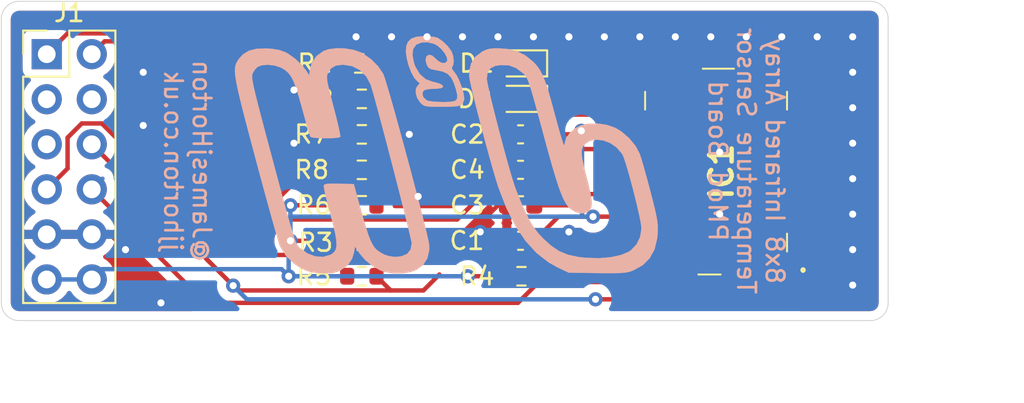
<source format=kicad_pcb>
(kicad_pcb (version 20171130) (host pcbnew "(5.1.9-0-10_14)")

  (general
    (thickness 1.6)
    (drawings 13)
    (tracks 152)
    (zones 0)
    (modules 17)
    (nets 22)
  )

  (page A4)
  (layers
    (0 F.Cu signal hide)
    (31 B.Cu signal hide)
    (32 B.Adhes user)
    (33 F.Adhes user)
    (34 B.Paste user)
    (35 F.Paste user)
    (36 B.SilkS user)
    (37 F.SilkS user)
    (38 B.Mask user)
    (39 F.Mask user)
    (40 Dwgs.User user)
    (41 Cmts.User user)
    (42 Eco1.User user)
    (43 Eco2.User user)
    (44 Edge.Cuts user)
    (45 Margin user)
    (46 B.CrtYd user)
    (47 F.CrtYd user)
    (48 B.Fab user)
    (49 F.Fab user)
  )

  (setup
    (last_trace_width 0.25)
    (trace_clearance 0.2)
    (zone_clearance 0.508)
    (zone_45_only no)
    (trace_min 0.2)
    (via_size 0.8)
    (via_drill 0.4)
    (via_min_size 0.4)
    (via_min_drill 0.3)
    (uvia_size 0.3)
    (uvia_drill 0.1)
    (uvias_allowed no)
    (uvia_min_size 0.2)
    (uvia_min_drill 0.1)
    (edge_width 0.05)
    (segment_width 0.2)
    (pcb_text_width 0.3)
    (pcb_text_size 1.5 1.5)
    (mod_edge_width 0.12)
    (mod_text_size 1 1)
    (mod_text_width 0.15)
    (pad_size 1.524 1.524)
    (pad_drill 0.762)
    (pad_to_mask_clearance 0)
    (aux_axis_origin 0 0)
    (visible_elements FFFFFF7F)
    (pcbplotparams
      (layerselection 0x010fc_ffffffff)
      (usegerberextensions false)
      (usegerberattributes true)
      (usegerberadvancedattributes true)
      (creategerberjobfile true)
      (excludeedgelayer true)
      (linewidth 0.100000)
      (plotframeref false)
      (viasonmask false)
      (mode 1)
      (useauxorigin false)
      (hpglpennumber 1)
      (hpglpenspeed 20)
      (hpglpendiameter 15.000000)
      (psnegative false)
      (psa4output false)
      (plotreference true)
      (plotvalue true)
      (plotinvisibletext false)
      (padsonsilk false)
      (subtractmaskfromsilk false)
      (outputformat 1)
      (mirror false)
      (drillshape 1)
      (scaleselection 1)
      (outputdirectory ""))
  )

  (net 0 "")
  (net 1 GND)
  (net 2 +3V3)
  (net 3 "Net-(C3-Pad1)")
  (net 4 "Net-(C4-Pad2)")
  (net 5 "Net-(C4-Pad1)")
  (net 6 "Net-(D1-Pad2)")
  (net 7 "Net-(D2-Pad2)")
  (net 8 "Net-(IC1-Pad14)")
  (net 9 "Net-(IC1-Pad11)")
  (net 10 "Net-(IC1-Pad8)")
  (net 11 "Net-(IC1-Pad7)")
  (net 12 "Net-(IC1-Pad5)")
  (net 13 INT)
  (net 14 SCL)
  (net 15 SDA)
  (net 16 "Net-(IC1-Pad1)")
  (net 17 LED0)
  (net 18 LED1)
  (net 19 "Net-(J1-Pad3)")
  (net 20 "Net-(J1-Pad5)")
  (net 21 "Net-(J1-Pad4)")

  (net_class Default "This is the default net class."
    (clearance 0.2)
    (trace_width 0.25)
    (via_dia 0.8)
    (via_drill 0.4)
    (uvia_dia 0.3)
    (uvia_drill 0.1)
    (add_net +3V3)
    (add_net GND)
    (add_net INT)
    (add_net LED0)
    (add_net LED1)
    (add_net "Net-(C3-Pad1)")
    (add_net "Net-(C4-Pad1)")
    (add_net "Net-(C4-Pad2)")
    (add_net "Net-(D1-Pad2)")
    (add_net "Net-(D2-Pad2)")
    (add_net "Net-(IC1-Pad1)")
    (add_net "Net-(IC1-Pad11)")
    (add_net "Net-(IC1-Pad14)")
    (add_net "Net-(IC1-Pad5)")
    (add_net "Net-(IC1-Pad7)")
    (add_net "Net-(IC1-Pad8)")
    (add_net "Net-(J1-Pad3)")
    (add_net "Net-(J1-Pad4)")
    (add_net "Net-(J1-Pad5)")
    (add_net SCL)
    (add_net SDA)
  )

  (module jjh:Untitled (layer B.Cu) (tedit 0) (tstamp 6094EAEB)
    (at 135 85.5 180)
    (fp_text reference G*** (at 0 0) (layer B.SilkS) hide
      (effects (font (size 1.524 1.524) (thickness 0.3)) (justify mirror))
    )
    (fp_text value LOGO (at 0.75 0) (layer B.SilkS) hide
      (effects (font (size 1.524 1.524) (thickness 0.3)) (justify mirror))
    )
    (fp_poly (pts (xy -2.542242 6.828419) (xy -2.327106 6.768676) (xy -2.116667 6.670004) (xy -1.731851 6.380838)
      (xy -1.483853 5.995685) (xy -1.378564 5.52594) (xy -1.382398 5.249333) (xy -1.415173 5.048441)
      (xy -1.487983 4.709099) (xy -1.594404 4.255694) (xy -1.728015 3.712612) (xy -1.882393 3.104241)
      (xy -2.051116 2.454965) (xy -2.227761 1.789173) (xy -2.405907 1.13125) (xy -2.579131 0.505582)
      (xy -2.74101 -0.063443) (xy -2.885122 -0.551439) (xy -3.005045 -0.93402) (xy -3.032416 -1.016)
      (xy -3.478993 -2.167274) (xy -3.982865 -3.161007) (xy -4.545841 -3.99964) (xy -5.169727 -4.685615)
      (xy -5.856332 -5.221376) (xy -6.347997 -5.495441) (xy -6.985 -5.799667) (xy -8.593667 -5.820856)
      (xy -9.169797 -5.826721) (xy -9.605681 -5.825647) (xy -9.930339 -5.81555) (xy -10.172788 -5.794347)
      (xy -10.362046 -5.759954) (xy -10.527133 -5.710288) (xy -10.618791 -5.675447) (xy -11.152723 -5.383847)
      (xy -11.556199 -4.98688) (xy -11.831313 -4.481407) (xy -11.980162 -3.864287) (xy -12.004137 -3.598334)
      (xy -12.013081 -3.350802) (xy -12.011754 -3.296436) (xy -11.090649 -3.296436) (xy -11.017608 -3.777571)
      (xy -10.811446 -4.205158) (xy -10.494313 -4.538129) (xy -10.380157 -4.613835) (xy -9.926584 -4.804591)
      (xy -9.350129 -4.928213) (xy -8.684836 -4.98119) (xy -7.964748 -4.960014) (xy -7.513895 -4.909296)
      (xy -6.944326 -4.786769) (xy -6.453105 -4.582622) (xy -5.990099 -4.270666) (xy -5.578134 -3.898055)
      (xy -5.280552 -3.582201) (xy -5.039777 -3.269951) (xy -4.817915 -2.906154) (xy -4.586089 -2.454226)
      (xy -4.377366 -2.000427) (xy -4.167796 -1.503237) (xy -3.988 -1.037101) (xy -3.907487 -0.804334)
      (xy -3.783442 -0.404109) (xy -3.638279 0.092461) (xy -3.478116 0.661701) (xy -3.309067 1.279936)
      (xy -3.137249 1.92349) (xy -2.968777 2.56869) (xy -2.809768 3.191859) (xy -2.666337 3.769324)
      (xy -2.544601 4.277407) (xy -2.450674 4.692436) (xy -2.390674 4.990733) (xy -2.370667 5.144811)
      (xy -2.418869 5.49233) (xy -2.574962 5.7252) (xy -2.856179 5.86033) (xy -3.147086 5.906703)
      (xy -3.613386 5.888865) (xy -4.021603 5.739336) (xy -4.417834 5.441152) (xy -4.421571 5.437662)
      (xy -4.495849 5.364356) (xy -4.562213 5.283282) (xy -4.626069 5.178103) (xy -4.692824 5.032484)
      (xy -4.767884 4.830089) (xy -4.856656 4.554581) (xy -4.964548 4.189626) (xy -5.096966 3.718887)
      (xy -5.259316 3.126029) (xy -5.457006 2.394715) (xy -5.580271 1.936801) (xy -5.830444 1.017553)
      (xy -6.046981 0.248165) (xy -6.235283 -0.386279) (xy -6.400749 -0.900691) (xy -6.548781 -1.309986)
      (xy -6.684778 -1.629078) (xy -6.814141 -1.87288) (xy -6.942269 -2.056305) (xy -7.074562 -2.194269)
      (xy -7.076804 -2.196242) (xy -7.38632 -2.388179) (xy -7.712348 -2.458805) (xy -8.008239 -2.402912)
      (xy -8.1425 -2.315211) (xy -8.238554 -2.182384) (xy -8.284412 -1.988192) (xy -8.278499 -1.711571)
      (xy -8.21924 -1.33146) (xy -8.105059 -0.826795) (xy -8.001 -0.423334) (xy -7.857381 0.13766)
      (xy -7.764695 0.563025) (xy -7.721234 0.878075) (xy -7.725288 1.108123) (xy -7.775146 1.278482)
      (xy -7.869101 1.414466) (xy -7.876344 1.422343) (xy -8.171635 1.624601) (xy -8.534617 1.700442)
      (xy -8.931253 1.658821) (xy -9.327506 1.50869) (xy -9.689339 1.259003) (xy -9.982716 0.918716)
      (xy -10.019856 0.858465) (xy -10.098156 0.675723) (xy -10.204347 0.358895) (xy -10.330342 -0.06064)
      (xy -10.468053 -0.551499) (xy -10.609394 -1.082303) (xy -10.746276 -1.621671) (xy -10.870612 -2.138222)
      (xy -10.974315 -2.600577) (xy -11.049298 -2.977353) (xy -11.087473 -3.237172) (xy -11.090649 -3.296436)
      (xy -12.011754 -3.296436) (xy -12.007443 -3.11993) (xy -11.982 -2.875093) (xy -11.931529 -2.585662)
      (xy -11.850809 -2.221011) (xy -11.734616 -1.750513) (xy -11.600287 -1.230011) (xy -11.456153 -0.686567)
      (xy -11.314376 -0.169224) (xy -11.184495 0.288484) (xy -11.076045 0.653025) (xy -10.998564 0.890866)
      (xy -10.991988 0.908799) (xy -10.752318 1.357349) (xy -10.392867 1.791525) (xy -9.959662 2.162595)
      (xy -9.609667 2.3723) (xy -9.133259 2.536917) (xy -8.600782 2.614312) (xy -8.078171 2.600095)
      (xy -7.661835 2.501976) (xy -7.335063 2.325628) (xy -7.052164 2.08065) (xy -6.851371 1.808221)
      (xy -6.770916 1.549517) (xy -6.770759 1.54222) (xy -6.761209 1.418507) (xy -6.733911 1.395003)
      (xy -6.685169 1.482255) (xy -6.611287 1.690809) (xy -6.508571 2.031213) (xy -6.373325 2.514015)
      (xy -6.201854 3.14976) (xy -6.183855 3.217333) (xy -5.988588 3.934301) (xy -5.820205 4.508442)
      (xy -5.669366 4.962341) (xy -5.52673 5.318584) (xy -5.382957 5.599756) (xy -5.228707 5.828444)
      (xy -5.054638 6.027233) (xy -4.998844 6.08278) (xy -4.544973 6.453532) (xy -4.066308 6.690907)
      (xy -3.51409 6.815207) (xy -3.175 6.842178) (xy -2.804716 6.849641) (xy -2.542242 6.828419)) (layer B.SilkS) (width 0.01))
    (fp_poly (pts (xy 6.55668 6.796721) (xy 6.83823 6.698752) (xy 7.230291 6.413727) (xy 7.491853 6.0347)
      (xy 7.59785 5.665369) (xy 7.64319 5.327333) (xy 7.787716 5.5635) (xy 8.054881 5.906814)
      (xy 8.416365 6.24968) (xy 8.807284 6.533967) (xy 8.974666 6.626882) (xy 9.315736 6.751951)
      (xy 9.740375 6.823337) (xy 10.041526 6.844139) (xy 10.601952 6.828035) (xy 11.04133 6.717814)
      (xy 11.385404 6.503771) (xy 11.607515 6.253842) (xy 11.689627 6.132202) (xy 11.755011 6.010442)
      (xy 11.801428 5.875263) (xy 11.826637 5.713369) (xy 11.828399 5.511462) (xy 11.804472 5.256247)
      (xy 11.752618 4.934424) (xy 11.670594 4.532698) (xy 11.556162 4.037772) (xy 11.407081 3.436348)
      (xy 11.22111 2.715129) (xy 10.99601 1.860818) (xy 10.72954 0.860118) (xy 10.646268 0.548353)
      (xy 10.415379 -0.311596) (xy 10.193556 -1.129751) (xy 9.985281 -1.890113) (xy 9.795038 -2.57668)
      (xy 9.627312 -3.173453) (xy 9.486585 -3.664429) (xy 9.377341 -4.033609) (xy 9.304064 -4.264991)
      (xy 9.278656 -4.33224) (xy 8.950877 -4.844128) (xy 8.501616 -5.287438) (xy 8.117094 -5.543431)
      (xy 7.828141 -5.681529) (xy 7.543496 -5.765226) (xy 7.194025 -5.811575) (xy 6.970593 -5.826218)
      (xy 6.59354 -5.838187) (xy 6.324369 -5.821039) (xy 6.102881 -5.766216) (xy 5.881771 -5.671427)
      (xy 5.48453 -5.395939) (xy 5.223379 -5.019697) (xy 5.111325 -4.640852) (xy 5.060069 -4.328703)
      (xy 4.794867 -4.725518) (xy 4.478344 -5.094308) (xy 4.068017 -5.425788) (xy 3.627183 -5.673204)
      (xy 3.401678 -5.754581) (xy 2.933947 -5.834477) (xy 2.430225 -5.839103) (xy 1.956585 -5.772251)
      (xy 1.605439 -5.6515) (xy 1.226658 -5.373533) (xy 0.979878 -4.995009) (xy 0.872183 -4.529694)
      (xy 0.875531 -4.233334) (xy 0.88937 -4.15222) (xy 1.862666 -4.15222) (xy 1.928493 -4.500476)
      (xy 2.125839 -4.742155) (xy 2.454505 -4.877089) (xy 2.777037 -4.908092) (xy 3.081139 -4.876359)
      (xy 3.366583 -4.794761) (xy 3.412037 -4.774001) (xy 3.616594 -4.664152) (xy 3.786946 -4.548455)
      (xy 3.932501 -4.407549) (xy 4.062665 -4.22207) (xy 4.186847 -3.972655) (xy 4.314453 -3.639942)
      (xy 4.454891 -3.204568) (xy 4.617567 -2.647168) (xy 4.81189 -1.948382) (xy 4.847048 -1.820334)
      (xy 5.125742 -0.804334) (xy 5.951011 -0.780083) (xy 6.354883 -0.773947) (xy 6.616839 -0.785846)
      (xy 6.763608 -0.818594) (xy 6.820724 -0.87165) (xy 6.813806 -0.988189) (xy 6.766702 -1.238222)
      (xy 6.685984 -1.592492) (xy 6.57822 -2.021742) (xy 6.480584 -2.386269) (xy 6.305467 -3.044347)
      (xy 6.18404 -3.562024) (xy 6.115969 -3.959384) (xy 6.100921 -4.25651) (xy 6.138562 -4.473486)
      (xy 6.228559 -4.630395) (xy 6.370577 -4.747321) (xy 6.440722 -4.786798) (xy 6.849271 -4.907044)
      (xy 7.293566 -4.880391) (xy 7.739517 -4.714199) (xy 8.151283 -4.417466) (xy 8.210894 -4.360165)
      (xy 8.265128 -4.298914) (xy 8.317844 -4.221177) (xy 8.3729 -4.114416) (xy 8.434155 -3.966094)
      (xy 8.505468 -3.763676) (xy 8.590698 -3.494625) (xy 8.693703 -3.146403) (xy 8.818341 -2.706475)
      (xy 8.968473 -2.162303) (xy 9.147956 -1.501352) (xy 9.360649 -0.711083) (xy 9.610411 0.221038)
      (xy 9.819332 1.001891) (xy 10.070839 1.943922) (xy 10.280997 2.736422) (xy 10.452976 3.393238)
      (xy 10.589946 3.928217) (xy 10.695078 4.355205) (xy 10.771541 4.688047) (xy 10.822507 4.94059)
      (xy 10.851146 5.12668) (xy 10.860627 5.260164) (xy 10.854122 5.354887) (xy 10.8348 5.424696)
      (xy 10.833013 5.429097) (xy 10.701834 5.650269) (xy 10.552825 5.803039) (xy 10.299789 5.898081)
      (xy 9.956666 5.922626) (xy 9.586337 5.878807) (xy 9.25168 5.768761) (xy 9.230198 5.758115)
      (xy 9.012011 5.63014) (xy 8.830684 5.476298) (xy 8.674184 5.27343) (xy 8.530475 4.998379)
      (xy 8.387523 4.627987) (xy 8.233295 4.139097) (xy 8.055754 3.508551) (xy 8.049813 3.486728)
      (xy 7.915445 2.998444) (xy 7.793249 2.56487) (xy 7.691121 2.213189) (xy 7.616954 1.970588)
      (xy 7.578645 1.864251) (xy 7.578564 1.864118) (xy 7.474153 1.825098) (xy 7.247341 1.79793)
      (xy 6.944527 1.782787) (xy 6.612113 1.779842) (xy 6.296499 1.789268) (xy 6.044087 1.811241)
      (xy 5.901277 1.845932) (xy 5.887342 1.857797) (xy 5.893127 1.960608) (xy 5.938152 2.200481)
      (xy 6.016531 2.551271) (xy 6.122373 2.986832) (xy 6.249791 3.481018) (xy 6.270451 3.558775)
      (xy 6.419521 4.124048) (xy 6.52675 4.550805) (xy 6.59643 4.863462) (xy 6.632854 5.086429)
      (xy 6.640316 5.244122) (xy 6.623108 5.360953) (xy 6.599436 5.429684) (xy 6.418534 5.712025)
      (xy 6.147242 5.872792) (xy 5.760269 5.926527) (xy 5.735121 5.926666) (xy 5.228898 5.847186)
      (xy 4.784752 5.621116) (xy 4.427332 5.267011) (xy 4.181291 4.803428) (xy 4.160424 4.741333)
      (xy 4.080352 4.473541) (xy 3.969136 4.079728) (xy 3.831641 3.578721) (xy 3.672729 2.989345)
      (xy 3.497265 2.330428) (xy 3.310114 1.620795) (xy 3.116138 0.879273) (xy 2.920202 0.124688)
      (xy 2.727171 -0.624134) (xy 2.541908 -1.348367) (xy 2.369276 -2.029183) (xy 2.214141 -2.647758)
      (xy 2.081366 -3.185265) (xy 1.975814 -3.622876) (xy 1.902351 -3.941767) (xy 1.86584 -4.123111)
      (xy 1.862666 -4.15222) (xy 0.88937 -4.15222) (xy 0.906787 -4.050139) (xy 0.978465 -3.724823)
      (xy 1.085499 -3.276237) (xy 1.22282 -2.723232) (xy 1.38536 -2.08466) (xy 1.568052 -1.379371)
      (xy 1.765827 -0.626218) (xy 1.973617 0.155948) (xy 2.186355 0.948277) (xy 2.398973 1.731916)
      (xy 2.606402 2.488015) (xy 2.803575 3.197721) (xy 2.985424 3.842185) (xy 3.146881 4.402553)
      (xy 3.282878 4.859976) (xy 3.388347 5.195601) (xy 3.458221 5.390578) (xy 3.469227 5.41454)
      (xy 3.758831 5.841486) (xy 4.158998 6.24145) (xy 4.61317 6.560182) (xy 4.725008 6.619094)
      (xy 5.138588 6.763721) (xy 5.620464 6.842994) (xy 6.11253 6.854724) (xy 6.55668 6.796721)) (layer B.SilkS) (width 0.01))
    (fp_poly (pts (xy 1.594781 7.503024) (xy 1.89204 7.396976) (xy 2.080184 7.20351) (xy 2.16866 6.976653)
      (xy 2.191476 6.666911) (xy 2.141511 6.283257) (xy 2.034395 5.874079) (xy 1.88576 5.487763)
      (xy 1.711236 5.172698) (xy 1.526454 4.977269) (xy 1.521832 4.974331) (xy 1.416522 4.889412)
      (xy 1.456297 4.814486) (xy 1.505019 4.77706) (xy 1.620269 4.597788) (xy 1.635995 4.340422)
      (xy 1.558609 4.058976) (xy 1.394518 3.807464) (xy 1.389312 3.801976) (xy 1.283663 3.697335)
      (xy 1.181581 3.627589) (xy 1.047683 3.58566) (xy 0.846582 3.564471) (xy 0.542894 3.556943)
      (xy 0.15954 3.556) (xy -0.292933 3.560685) (xy -0.60577 3.577064) (xy -0.808468 3.608616)
      (xy -0.930526 3.658825) (xy -0.96762 3.689047) (xy -1.075568 3.879633) (xy -1.100667 4.020171)
      (xy -1.074717 4.213254) (xy -0.704632 4.213254) (xy -0.692575 4.005004) (xy -0.588938 3.891487)
      (xy -0.521958 3.866974) (xy -0.286385 3.832946) (xy 0.03696 3.820859) (xy 0.390139 3.828751)
      (xy 0.715214 3.85466) (xy 0.954247 3.896625) (xy 1.016 3.919043) (xy 1.200434 4.092158)
      (xy 1.253389 4.245395) (xy 1.237864 4.399807) (xy 1.13147 4.498513) (xy 0.909687 4.551923)
      (xy 0.547995 4.570447) (xy 0.486833 4.570844) (xy 0.21651 4.598447) (xy 0.096368 4.667218)
      (xy 0.117951 4.759102) (xy 0.2728 4.856043) (xy 0.552458 4.939987) (xy 0.669888 4.96163)
      (xy 1.070112 5.108054) (xy 1.404383 5.398202) (xy 1.654167 5.813241) (xy 1.737138 6.046198)
      (xy 1.820273 6.483021) (xy 1.781114 6.811694) (xy 1.618028 7.04287) (xy 1.580153 7.071642)
      (xy 1.298996 7.178635) (xy 0.950061 7.187119) (xy 0.600498 7.100899) (xy 0.419265 7.005879)
      (xy 0.186876 6.805638) (xy -0.004216 6.56387) (xy -0.123637 6.327913) (xy -0.141016 6.145105)
      (xy -0.138215 6.137026) (xy -0.021856 6.022965) (xy 0.163719 6.0271) (xy 0.376105 6.14029)
      (xy 0.517017 6.278291) (xy 0.727014 6.456109) (xy 0.911107 6.48588) (xy 1.038909 6.388831)
      (xy 1.080034 6.186189) (xy 1.01698 5.929035) (xy 0.922819 5.767023) (xy 0.775319 5.676861)
      (xy 0.520505 5.623228) (xy 0.127479 5.543577) (xy -0.152947 5.417227) (xy -0.354882 5.212123)
      (xy -0.512431 4.896209) (xy -0.629299 4.542612) (xy -0.704632 4.213254) (xy -1.074717 4.213254)
      (xy -1.062123 4.306952) (xy -0.96191 4.663538) (xy -0.823161 5.027687) (xy -0.669007 5.337155)
      (xy -0.54892 5.504809) (xy -0.412033 5.683059) (xy -0.40703 5.788101) (xy -0.416391 5.795376)
      (xy -0.486015 5.924657) (xy -0.504544 6.152667) (xy -0.47395 6.417332) (xy -0.396204 6.656578)
      (xy -0.388559 6.671704) (xy -0.189669 6.950458) (xy 0.091476 7.227796) (xy 0.38263 7.432995)
      (xy 0.3966 7.440321) (xy 0.574459 7.489058) (xy 0.858034 7.523331) (xy 1.163802 7.535333)
      (xy 1.594781 7.503024)) (layer B.SilkS) (width 0.01))
  )

  (module Connector_PinHeader_2.54mm:PinHeader_2x06_P2.54mm_Vertical (layer F.Cu) (tedit 59FED5CC) (tstamp 6094938D)
    (at 112.56 78.98)
    (descr "Through hole straight pin header, 2x06, 2.54mm pitch, double rows")
    (tags "Through hole pin header THT 2x06 2.54mm double row")
    (path /6093A1DB)
    (fp_text reference J1 (at 1.27 -2.33) (layer F.SilkS)
      (effects (font (size 1 1) (thickness 0.15)))
    )
    (fp_text value Conn_02x06_Counter_Clockwise (at 1.27 15.03) (layer F.Fab)
      (effects (font (size 1 1) (thickness 0.15)))
    )
    (fp_text user %R (at 1.27 6.35 90) (layer F.Fab)
      (effects (font (size 1 1) (thickness 0.15)))
    )
    (fp_line (start 0 -1.27) (end 3.81 -1.27) (layer F.Fab) (width 0.1))
    (fp_line (start 3.81 -1.27) (end 3.81 13.97) (layer F.Fab) (width 0.1))
    (fp_line (start 3.81 13.97) (end -1.27 13.97) (layer F.Fab) (width 0.1))
    (fp_line (start -1.27 13.97) (end -1.27 0) (layer F.Fab) (width 0.1))
    (fp_line (start -1.27 0) (end 0 -1.27) (layer F.Fab) (width 0.1))
    (fp_line (start -1.33 14.03) (end 3.87 14.03) (layer F.SilkS) (width 0.12))
    (fp_line (start -1.33 1.27) (end -1.33 14.03) (layer F.SilkS) (width 0.12))
    (fp_line (start 3.87 -1.33) (end 3.87 14.03) (layer F.SilkS) (width 0.12))
    (fp_line (start -1.33 1.27) (end 1.27 1.27) (layer F.SilkS) (width 0.12))
    (fp_line (start 1.27 1.27) (end 1.27 -1.33) (layer F.SilkS) (width 0.12))
    (fp_line (start 1.27 -1.33) (end 3.87 -1.33) (layer F.SilkS) (width 0.12))
    (fp_line (start -1.33 0) (end -1.33 -1.33) (layer F.SilkS) (width 0.12))
    (fp_line (start -1.33 -1.33) (end 0 -1.33) (layer F.SilkS) (width 0.12))
    (fp_line (start -1.8 -1.8) (end -1.8 14.5) (layer F.CrtYd) (width 0.05))
    (fp_line (start -1.8 14.5) (end 4.35 14.5) (layer F.CrtYd) (width 0.05))
    (fp_line (start 4.35 14.5) (end 4.35 -1.8) (layer F.CrtYd) (width 0.05))
    (fp_line (start 4.35 -1.8) (end -1.8 -1.8) (layer F.CrtYd) (width 0.05))
    (pad 12 thru_hole oval (at 2.54 12.7) (size 1.7 1.7) (drill 1) (layers *.Cu *.Mask)
      (net 2 +3V3))
    (pad 11 thru_hole oval (at 0 12.7) (size 1.7 1.7) (drill 1) (layers *.Cu *.Mask)
      (net 2 +3V3))
    (pad 10 thru_hole oval (at 2.54 10.16) (size 1.7 1.7) (drill 1) (layers *.Cu *.Mask)
      (net 1 GND))
    (pad 9 thru_hole oval (at 0 10.16) (size 1.7 1.7) (drill 1) (layers *.Cu *.Mask)
      (net 1 GND))
    (pad 8 thru_hole oval (at 2.54 7.62) (size 1.7 1.7) (drill 1) (layers *.Cu *.Mask)
      (net 14 SCL))
    (pad 7 thru_hole oval (at 0 7.62) (size 1.7 1.7) (drill 1) (layers *.Cu *.Mask)
      (net 15 SDA))
    (pad 6 thru_hole oval (at 2.54 5.08) (size 1.7 1.7) (drill 1) (layers *.Cu *.Mask)
      (net 13 INT))
    (pad 5 thru_hole oval (at 0 5.08) (size 1.7 1.7) (drill 1) (layers *.Cu *.Mask)
      (net 20 "Net-(J1-Pad5)"))
    (pad 4 thru_hole oval (at 2.54 2.54) (size 1.7 1.7) (drill 1) (layers *.Cu *.Mask)
      (net 21 "Net-(J1-Pad4)"))
    (pad 3 thru_hole oval (at 0 2.54) (size 1.7 1.7) (drill 1) (layers *.Cu *.Mask)
      (net 19 "Net-(J1-Pad3)"))
    (pad 2 thru_hole oval (at 2.54 0) (size 1.7 1.7) (drill 1) (layers *.Cu *.Mask)
      (net 18 LED1))
    (pad 1 thru_hole rect (at 0 0) (size 1.7 1.7) (drill 1) (layers *.Cu *.Mask)
      (net 17 LED0))
    (model ${KISYS3DMOD}/Connector_PinHeader_2.54mm.3dshapes/PinHeader_2x06_P2.54mm_Vertical.wrl
      (at (xyz 0 0 0))
      (scale (xyz 1 1 1))
      (rotate (xyz 0 0 0))
    )
  )

  (module Resistor_SMD:R_0603_1608Metric (layer F.Cu) (tedit 5F68FEEE) (tstamp 60948CEC)
    (at 130.325 85.5)
    (descr "Resistor SMD 0603 (1608 Metric), square (rectangular) end terminal, IPC_7351 nominal, (Body size source: IPC-SM-782 page 72, https://www.pcb-3d.com/wordpress/wp-content/uploads/ipc-sm-782a_amendment_1_and_2.pdf), generated with kicad-footprint-generator")
    (tags resistor)
    (path /6094ED1F)
    (attr smd)
    (fp_text reference R8 (at -2.825 0) (layer F.SilkS)
      (effects (font (size 1 1) (thickness 0.15)))
    )
    (fp_text value 0 (at 2.175 0) (layer F.Fab)
      (effects (font (size 1 1) (thickness 0.15)))
    )
    (fp_text user %R (at 0 0) (layer F.Fab)
      (effects (font (size 0.4 0.4) (thickness 0.06)))
    )
    (fp_line (start -0.8 0.4125) (end -0.8 -0.4125) (layer F.Fab) (width 0.1))
    (fp_line (start -0.8 -0.4125) (end 0.8 -0.4125) (layer F.Fab) (width 0.1))
    (fp_line (start 0.8 -0.4125) (end 0.8 0.4125) (layer F.Fab) (width 0.1))
    (fp_line (start 0.8 0.4125) (end -0.8 0.4125) (layer F.Fab) (width 0.1))
    (fp_line (start -0.237258 -0.5225) (end 0.237258 -0.5225) (layer F.SilkS) (width 0.12))
    (fp_line (start -0.237258 0.5225) (end 0.237258 0.5225) (layer F.SilkS) (width 0.12))
    (fp_line (start -1.48 0.73) (end -1.48 -0.73) (layer F.CrtYd) (width 0.05))
    (fp_line (start -1.48 -0.73) (end 1.48 -0.73) (layer F.CrtYd) (width 0.05))
    (fp_line (start 1.48 -0.73) (end 1.48 0.73) (layer F.CrtYd) (width 0.05))
    (fp_line (start 1.48 0.73) (end -1.48 0.73) (layer F.CrtYd) (width 0.05))
    (pad 2 smd roundrect (at 0.825 0) (size 0.8 0.95) (layers F.Cu F.Paste F.Mask) (roundrect_rratio 0.25)
      (net 1 GND))
    (pad 1 smd roundrect (at -0.825 0) (size 0.8 0.95) (layers F.Cu F.Paste F.Mask) (roundrect_rratio 0.25)
      (net 12 "Net-(IC1-Pad5)"))
    (model ${KISYS3DMOD}/Resistor_SMD.3dshapes/R_0603_1608Metric.wrl
      (at (xyz 0 0 0))
      (scale (xyz 1 1 1))
      (rotate (xyz 0 0 0))
    )
  )

  (module Resistor_SMD:R_0603_1608Metric (layer F.Cu) (tedit 5F68FEEE) (tstamp 60948CDB)
    (at 130.325 83.5 180)
    (descr "Resistor SMD 0603 (1608 Metric), square (rectangular) end terminal, IPC_7351 nominal, (Body size source: IPC-SM-782 page 72, https://www.pcb-3d.com/wordpress/wp-content/uploads/ipc-sm-782a_amendment_1_and_2.pdf), generated with kicad-footprint-generator")
    (tags resistor)
    (path /60947081)
    (attr smd)
    (fp_text reference R7 (at 2.825 0) (layer F.SilkS)
      (effects (font (size 1 1) (thickness 0.15)))
    )
    (fp_text value 20 (at -3.175 0) (layer F.Fab)
      (effects (font (size 1 1) (thickness 0.15)))
    )
    (fp_text user %R (at 0 0) (layer F.Fab)
      (effects (font (size 0.4 0.4) (thickness 0.06)))
    )
    (fp_line (start -0.8 0.4125) (end -0.8 -0.4125) (layer F.Fab) (width 0.1))
    (fp_line (start -0.8 -0.4125) (end 0.8 -0.4125) (layer F.Fab) (width 0.1))
    (fp_line (start 0.8 -0.4125) (end 0.8 0.4125) (layer F.Fab) (width 0.1))
    (fp_line (start 0.8 0.4125) (end -0.8 0.4125) (layer F.Fab) (width 0.1))
    (fp_line (start -0.237258 -0.5225) (end 0.237258 -0.5225) (layer F.SilkS) (width 0.12))
    (fp_line (start -0.237258 0.5225) (end 0.237258 0.5225) (layer F.SilkS) (width 0.12))
    (fp_line (start -1.48 0.73) (end -1.48 -0.73) (layer F.CrtYd) (width 0.05))
    (fp_line (start -1.48 -0.73) (end 1.48 -0.73) (layer F.CrtYd) (width 0.05))
    (fp_line (start 1.48 -0.73) (end 1.48 0.73) (layer F.CrtYd) (width 0.05))
    (fp_line (start 1.48 0.73) (end -1.48 0.73) (layer F.CrtYd) (width 0.05))
    (pad 2 smd roundrect (at 0.825 0 180) (size 0.8 0.95) (layers F.Cu F.Paste F.Mask) (roundrect_rratio 0.25)
      (net 1 GND))
    (pad 1 smd roundrect (at -0.825 0 180) (size 0.8 0.95) (layers F.Cu F.Paste F.Mask) (roundrect_rratio 0.25)
      (net 4 "Net-(C4-Pad2)"))
    (model ${KISYS3DMOD}/Resistor_SMD.3dshapes/R_0603_1608Metric.wrl
      (at (xyz 0 0 0))
      (scale (xyz 1 1 1))
      (rotate (xyz 0 0 0))
    )
  )

  (module Resistor_SMD:R_0603_1608Metric (layer F.Cu) (tedit 5F68FEEE) (tstamp 60948CCA)
    (at 130.325 87.5)
    (descr "Resistor SMD 0603 (1608 Metric), square (rectangular) end terminal, IPC_7351 nominal, (Body size source: IPC-SM-782 page 72, https://www.pcb-3d.com/wordpress/wp-content/uploads/ipc-sm-782a_amendment_1_and_2.pdf), generated with kicad-footprint-generator")
    (tags resistor)
    (path /60953239)
    (attr smd)
    (fp_text reference R6 (at -2.7 0) (layer F.SilkS)
      (effects (font (size 1 1) (thickness 0.15)))
    )
    (fp_text value 10k (at 3 0) (layer F.Fab)
      (effects (font (size 1 1) (thickness 0.15)))
    )
    (fp_text user %R (at 0 0) (layer F.Fab)
      (effects (font (size 0.4 0.4) (thickness 0.06)))
    )
    (fp_line (start -0.8 0.4125) (end -0.8 -0.4125) (layer F.Fab) (width 0.1))
    (fp_line (start -0.8 -0.4125) (end 0.8 -0.4125) (layer F.Fab) (width 0.1))
    (fp_line (start 0.8 -0.4125) (end 0.8 0.4125) (layer F.Fab) (width 0.1))
    (fp_line (start 0.8 0.4125) (end -0.8 0.4125) (layer F.Fab) (width 0.1))
    (fp_line (start -0.237258 -0.5225) (end 0.237258 -0.5225) (layer F.SilkS) (width 0.12))
    (fp_line (start -0.237258 0.5225) (end 0.237258 0.5225) (layer F.SilkS) (width 0.12))
    (fp_line (start -1.48 0.73) (end -1.48 -0.73) (layer F.CrtYd) (width 0.05))
    (fp_line (start -1.48 -0.73) (end 1.48 -0.73) (layer F.CrtYd) (width 0.05))
    (fp_line (start 1.48 -0.73) (end 1.48 0.73) (layer F.CrtYd) (width 0.05))
    (fp_line (start 1.48 0.73) (end -1.48 0.73) (layer F.CrtYd) (width 0.05))
    (pad 2 smd roundrect (at 0.825 0) (size 0.8 0.95) (layers F.Cu F.Paste F.Mask) (roundrect_rratio 0.25)
      (net 12 "Net-(IC1-Pad5)"))
    (pad 1 smd roundrect (at -0.825 0) (size 0.8 0.95) (layers F.Cu F.Paste F.Mask) (roundrect_rratio 0.25)
      (net 2 +3V3))
    (model ${KISYS3DMOD}/Resistor_SMD.3dshapes/R_0603_1608Metric.wrl
      (at (xyz 0 0 0))
      (scale (xyz 1 1 1))
      (rotate (xyz 0 0 0))
    )
  )

  (module Resistor_SMD:R_0603_1608Metric (layer F.Cu) (tedit 5F68FEEE) (tstamp 60948CB9)
    (at 130.325 91.5)
    (descr "Resistor SMD 0603 (1608 Metric), square (rectangular) end terminal, IPC_7351 nominal, (Body size source: IPC-SM-782 page 72, https://www.pcb-3d.com/wordpress/wp-content/uploads/ipc-sm-782a_amendment_1_and_2.pdf), generated with kicad-footprint-generator")
    (tags resistor)
    (path /6094A276)
    (attr smd)
    (fp_text reference R5 (at -2.7 0) (layer F.SilkS)
      (effects (font (size 1 1) (thickness 0.15)))
    )
    (fp_text value 10K (at 3.1 0.1) (layer F.Fab)
      (effects (font (size 1 1) (thickness 0.15)))
    )
    (fp_text user %R (at 0 0) (layer F.Fab)
      (effects (font (size 0.4 0.4) (thickness 0.06)))
    )
    (fp_line (start -0.8 0.4125) (end -0.8 -0.4125) (layer F.Fab) (width 0.1))
    (fp_line (start -0.8 -0.4125) (end 0.8 -0.4125) (layer F.Fab) (width 0.1))
    (fp_line (start 0.8 -0.4125) (end 0.8 0.4125) (layer F.Fab) (width 0.1))
    (fp_line (start 0.8 0.4125) (end -0.8 0.4125) (layer F.Fab) (width 0.1))
    (fp_line (start -0.237258 -0.5225) (end 0.237258 -0.5225) (layer F.SilkS) (width 0.12))
    (fp_line (start -0.237258 0.5225) (end 0.237258 0.5225) (layer F.SilkS) (width 0.12))
    (fp_line (start -1.48 0.73) (end -1.48 -0.73) (layer F.CrtYd) (width 0.05))
    (fp_line (start -1.48 -0.73) (end 1.48 -0.73) (layer F.CrtYd) (width 0.05))
    (fp_line (start 1.48 -0.73) (end 1.48 0.73) (layer F.CrtYd) (width 0.05))
    (fp_line (start 1.48 0.73) (end -1.48 0.73) (layer F.CrtYd) (width 0.05))
    (pad 2 smd roundrect (at 0.825 0) (size 0.8 0.95) (layers F.Cu F.Paste F.Mask) (roundrect_rratio 0.25)
      (net 13 INT))
    (pad 1 smd roundrect (at -0.825 0) (size 0.8 0.95) (layers F.Cu F.Paste F.Mask) (roundrect_rratio 0.25)
      (net 2 +3V3))
    (model ${KISYS3DMOD}/Resistor_SMD.3dshapes/R_0603_1608Metric.wrl
      (at (xyz 0 0 0))
      (scale (xyz 1 1 1))
      (rotate (xyz 0 0 0))
    )
  )

  (module Resistor_SMD:R_0603_1608Metric (layer F.Cu) (tedit 5F68FEEE) (tstamp 60948CA8)
    (at 139.325 91.5)
    (descr "Resistor SMD 0603 (1608 Metric), square (rectangular) end terminal, IPC_7351 nominal, (Body size source: IPC-SM-782 page 72, https://www.pcb-3d.com/wordpress/wp-content/uploads/ipc-sm-782a_amendment_1_and_2.pdf), generated with kicad-footprint-generator")
    (tags resistor)
    (path /60949E91)
    (attr smd)
    (fp_text reference R4 (at -2.5 0) (layer F.SilkS)
      (effects (font (size 1 1) (thickness 0.15)))
    )
    (fp_text value 10K (at 3 0) (layer F.Fab)
      (effects (font (size 1 1) (thickness 0.15)))
    )
    (fp_text user %R (at 0 0) (layer F.Fab)
      (effects (font (size 0.4 0.4) (thickness 0.06)))
    )
    (fp_line (start -0.8 0.4125) (end -0.8 -0.4125) (layer F.Fab) (width 0.1))
    (fp_line (start -0.8 -0.4125) (end 0.8 -0.4125) (layer F.Fab) (width 0.1))
    (fp_line (start 0.8 -0.4125) (end 0.8 0.4125) (layer F.Fab) (width 0.1))
    (fp_line (start 0.8 0.4125) (end -0.8 0.4125) (layer F.Fab) (width 0.1))
    (fp_line (start -0.237258 -0.5225) (end 0.237258 -0.5225) (layer F.SilkS) (width 0.12))
    (fp_line (start -0.237258 0.5225) (end 0.237258 0.5225) (layer F.SilkS) (width 0.12))
    (fp_line (start -1.48 0.73) (end -1.48 -0.73) (layer F.CrtYd) (width 0.05))
    (fp_line (start -1.48 -0.73) (end 1.48 -0.73) (layer F.CrtYd) (width 0.05))
    (fp_line (start 1.48 -0.73) (end 1.48 0.73) (layer F.CrtYd) (width 0.05))
    (fp_line (start 1.48 0.73) (end -1.48 0.73) (layer F.CrtYd) (width 0.05))
    (pad 2 smd roundrect (at 0.825 0) (size 0.8 0.95) (layers F.Cu F.Paste F.Mask) (roundrect_rratio 0.25)
      (net 14 SCL))
    (pad 1 smd roundrect (at -0.825 0) (size 0.8 0.95) (layers F.Cu F.Paste F.Mask) (roundrect_rratio 0.25)
      (net 2 +3V3))
    (model ${KISYS3DMOD}/Resistor_SMD.3dshapes/R_0603_1608Metric.wrl
      (at (xyz 0 0 0))
      (scale (xyz 1 1 1))
      (rotate (xyz 0 0 0))
    )
  )

  (module Resistor_SMD:R_0603_1608Metric (layer F.Cu) (tedit 5F68FEEE) (tstamp 60948C97)
    (at 130.325 89.5)
    (descr "Resistor SMD 0603 (1608 Metric), square (rectangular) end terminal, IPC_7351 nominal, (Body size source: IPC-SM-782 page 72, https://www.pcb-3d.com/wordpress/wp-content/uploads/ipc-sm-782a_amendment_1_and_2.pdf), generated with kicad-footprint-generator")
    (tags resistor)
    (path /609496B6)
    (attr smd)
    (fp_text reference R3 (at -2.6 0.1) (layer F.SilkS)
      (effects (font (size 1 1) (thickness 0.15)))
    )
    (fp_text value 10K (at 3 0) (layer F.Fab)
      (effects (font (size 1 1) (thickness 0.15)))
    )
    (fp_text user %R (at 0 0) (layer F.Fab)
      (effects (font (size 0.4 0.4) (thickness 0.06)))
    )
    (fp_line (start -0.8 0.4125) (end -0.8 -0.4125) (layer F.Fab) (width 0.1))
    (fp_line (start -0.8 -0.4125) (end 0.8 -0.4125) (layer F.Fab) (width 0.1))
    (fp_line (start 0.8 -0.4125) (end 0.8 0.4125) (layer F.Fab) (width 0.1))
    (fp_line (start 0.8 0.4125) (end -0.8 0.4125) (layer F.Fab) (width 0.1))
    (fp_line (start -0.237258 -0.5225) (end 0.237258 -0.5225) (layer F.SilkS) (width 0.12))
    (fp_line (start -0.237258 0.5225) (end 0.237258 0.5225) (layer F.SilkS) (width 0.12))
    (fp_line (start -1.48 0.73) (end -1.48 -0.73) (layer F.CrtYd) (width 0.05))
    (fp_line (start -1.48 -0.73) (end 1.48 -0.73) (layer F.CrtYd) (width 0.05))
    (fp_line (start 1.48 -0.73) (end 1.48 0.73) (layer F.CrtYd) (width 0.05))
    (fp_line (start 1.48 0.73) (end -1.48 0.73) (layer F.CrtYd) (width 0.05))
    (pad 2 smd roundrect (at 0.825 0) (size 0.8 0.95) (layers F.Cu F.Paste F.Mask) (roundrect_rratio 0.25)
      (net 15 SDA))
    (pad 1 smd roundrect (at -0.825 0) (size 0.8 0.95) (layers F.Cu F.Paste F.Mask) (roundrect_rratio 0.25)
      (net 2 +3V3))
    (model ${KISYS3DMOD}/Resistor_SMD.3dshapes/R_0603_1608Metric.wrl
      (at (xyz 0 0 0))
      (scale (xyz 1 1 1))
      (rotate (xyz 0 0 0))
    )
  )

  (module Resistor_SMD:R_0603_1608Metric (layer F.Cu) (tedit 5F68FEEE) (tstamp 60948C86)
    (at 130.325 81.5)
    (descr "Resistor SMD 0603 (1608 Metric), square (rectangular) end terminal, IPC_7351 nominal, (Body size source: IPC-SM-782 page 72, https://www.pcb-3d.com/wordpress/wp-content/uploads/ipc-sm-782a_amendment_1_and_2.pdf), generated with kicad-footprint-generator")
    (tags resistor)
    (path /6094AADD)
    (attr smd)
    (fp_text reference R2 (at -2.575 0) (layer F.SilkS)
      (effects (font (size 1 1) (thickness 0.15)))
    )
    (fp_text value R (at 2.125 0) (layer F.Fab)
      (effects (font (size 1 1) (thickness 0.15)))
    )
    (fp_text user %R (at 0 0) (layer F.Fab)
      (effects (font (size 0.4 0.4) (thickness 0.06)))
    )
    (fp_line (start -0.8 0.4125) (end -0.8 -0.4125) (layer F.Fab) (width 0.1))
    (fp_line (start -0.8 -0.4125) (end 0.8 -0.4125) (layer F.Fab) (width 0.1))
    (fp_line (start 0.8 -0.4125) (end 0.8 0.4125) (layer F.Fab) (width 0.1))
    (fp_line (start 0.8 0.4125) (end -0.8 0.4125) (layer F.Fab) (width 0.1))
    (fp_line (start -0.237258 -0.5225) (end 0.237258 -0.5225) (layer F.SilkS) (width 0.12))
    (fp_line (start -0.237258 0.5225) (end 0.237258 0.5225) (layer F.SilkS) (width 0.12))
    (fp_line (start -1.48 0.73) (end -1.48 -0.73) (layer F.CrtYd) (width 0.05))
    (fp_line (start -1.48 -0.73) (end 1.48 -0.73) (layer F.CrtYd) (width 0.05))
    (fp_line (start 1.48 -0.73) (end 1.48 0.73) (layer F.CrtYd) (width 0.05))
    (fp_line (start 1.48 0.73) (end -1.48 0.73) (layer F.CrtYd) (width 0.05))
    (pad 2 smd roundrect (at 0.825 0) (size 0.8 0.95) (layers F.Cu F.Paste F.Mask) (roundrect_rratio 0.25)
      (net 7 "Net-(D2-Pad2)"))
    (pad 1 smd roundrect (at -0.825 0) (size 0.8 0.95) (layers F.Cu F.Paste F.Mask) (roundrect_rratio 0.25)
      (net 18 LED1))
    (model ${KISYS3DMOD}/Resistor_SMD.3dshapes/R_0603_1608Metric.wrl
      (at (xyz 0 0 0))
      (scale (xyz 1 1 1))
      (rotate (xyz 0 0 0))
    )
  )

  (module Resistor_SMD:R_0603_1608Metric (layer F.Cu) (tedit 5F68FEEE) (tstamp 60948C75)
    (at 130.175 79.5)
    (descr "Resistor SMD 0603 (1608 Metric), square (rectangular) end terminal, IPC_7351 nominal, (Body size source: IPC-SM-782 page 72, https://www.pcb-3d.com/wordpress/wp-content/uploads/ipc-sm-782a_amendment_1_and_2.pdf), generated with kicad-footprint-generator")
    (tags resistor)
    (path /6094A679)
    (attr smd)
    (fp_text reference R1 (at -2.5 0) (layer F.SilkS)
      (effects (font (size 1 1) (thickness 0.15)))
    )
    (fp_text value R (at 2.1 0) (layer F.Fab)
      (effects (font (size 1 1) (thickness 0.15)))
    )
    (fp_text user %R (at 0 0) (layer F.Fab)
      (effects (font (size 0.4 0.4) (thickness 0.06)))
    )
    (fp_line (start -0.8 0.4125) (end -0.8 -0.4125) (layer F.Fab) (width 0.1))
    (fp_line (start -0.8 -0.4125) (end 0.8 -0.4125) (layer F.Fab) (width 0.1))
    (fp_line (start 0.8 -0.4125) (end 0.8 0.4125) (layer F.Fab) (width 0.1))
    (fp_line (start 0.8 0.4125) (end -0.8 0.4125) (layer F.Fab) (width 0.1))
    (fp_line (start -0.237258 -0.5225) (end 0.237258 -0.5225) (layer F.SilkS) (width 0.12))
    (fp_line (start -0.237258 0.5225) (end 0.237258 0.5225) (layer F.SilkS) (width 0.12))
    (fp_line (start -1.48 0.73) (end -1.48 -0.73) (layer F.CrtYd) (width 0.05))
    (fp_line (start -1.48 -0.73) (end 1.48 -0.73) (layer F.CrtYd) (width 0.05))
    (fp_line (start 1.48 -0.73) (end 1.48 0.73) (layer F.CrtYd) (width 0.05))
    (fp_line (start 1.48 0.73) (end -1.48 0.73) (layer F.CrtYd) (width 0.05))
    (pad 2 smd roundrect (at 0.825 0) (size 0.8 0.95) (layers F.Cu F.Paste F.Mask) (roundrect_rratio 0.25)
      (net 6 "Net-(D1-Pad2)"))
    (pad 1 smd roundrect (at -0.825 0) (size 0.8 0.95) (layers F.Cu F.Paste F.Mask) (roundrect_rratio 0.25)
      (net 17 LED0))
    (model ${KISYS3DMOD}/Resistor_SMD.3dshapes/R_0603_1608Metric.wrl
      (at (xyz 0 0 0))
      (scale (xyz 1 1 1))
      (rotate (xyz 0 0 0))
    )
  )

  (module jjh:AMG8834 (layer F.Cu) (tedit 0) (tstamp 60948C64)
    (at 150.3 85.6 90)
    (descr AMG8834-1)
    (tags "Integrated Circuit")
    (path /60937256)
    (attr smd)
    (fp_text reference IC1 (at 0 0.3 90) (layer F.SilkS)
      (effects (font (size 1.27 1.27) (thickness 0.254)))
    )
    (fp_text value AMG8834 (at 0 0.3 90) (layer F.SilkS) hide
      (effects (font (size 1.27 1.27) (thickness 0.254)))
    )
    (fp_arc (start -5.55 4.9) (end -5.6 4.9) (angle -180) (layer F.SilkS) (width 0.2))
    (fp_arc (start -5.55 4.9) (end -5.5 4.9) (angle -180) (layer F.SilkS) (width 0.2))
    (fp_arc (start -5.55 4.9) (end -5.6 4.9) (angle -180) (layer F.SilkS) (width 0.2))
    (fp_text user %R (at 0 0.3 90) (layer F.Fab)
      (effects (font (size 1.27 1.27) (thickness 0.254)))
    )
    (fp_line (start -5.8 4) (end 5.8 4) (layer F.Fab) (width 0.2))
    (fp_line (start 5.8 4) (end 5.8 -4) (layer F.Fab) (width 0.2))
    (fp_line (start 5.8 -4) (end -5.8 -4) (layer F.Fab) (width 0.2))
    (fp_line (start -5.8 -4) (end -5.8 4) (layer F.Fab) (width 0.2))
    (fp_line (start -4.5 -4) (end -3.5 -4) (layer F.SilkS) (width 0.1))
    (fp_line (start -3.5 -4) (end -3.5 -4) (layer F.SilkS) (width 0.1))
    (fp_line (start -3.5 -4) (end -4.5 -4) (layer F.SilkS) (width 0.1))
    (fp_line (start -4.5 -4) (end -4.5 -4) (layer F.SilkS) (width 0.1))
    (fp_line (start -5.8 -1) (end -5.8 -1) (layer F.SilkS) (width 0.1))
    (fp_line (start -5.8 -1) (end -5.8 0.25) (layer F.SilkS) (width 0.1))
    (fp_line (start -5.8 0.25) (end -5.8 0.25) (layer F.SilkS) (width 0.1))
    (fp_line (start -5.8 0.25) (end -5.8 -1) (layer F.SilkS) (width 0.1))
    (fp_line (start -4.5 4) (end -3.5 4) (layer F.SilkS) (width 0.1))
    (fp_line (start -3.5 4) (end -3.5 4) (layer F.SilkS) (width 0.1))
    (fp_line (start -3.5 4) (end -4.5 4) (layer F.SilkS) (width 0.1))
    (fp_line (start -4.5 4) (end -4.5 4) (layer F.SilkS) (width 0.1))
    (fp_line (start 3.5 4) (end 4.5 4) (layer F.SilkS) (width 0.1))
    (fp_line (start 4.5 4) (end 4.5 4) (layer F.SilkS) (width 0.1))
    (fp_line (start 4.5 4) (end 3.5 4) (layer F.SilkS) (width 0.1))
    (fp_line (start 3.5 4) (end 3.5 4) (layer F.SilkS) (width 0.1))
    (fp_line (start 5.8 1) (end 5.8 1) (layer F.SilkS) (width 0.1))
    (fp_line (start 5.8 1) (end 5.8 -0.75) (layer F.SilkS) (width 0.1))
    (fp_line (start 5.8 -0.75) (end 5.8 -0.75) (layer F.SilkS) (width 0.1))
    (fp_line (start 5.8 -0.75) (end 5.8 1) (layer F.SilkS) (width 0.1))
    (fp_line (start 3.5 -4) (end 4.5 -4) (layer F.SilkS) (width 0.1))
    (fp_line (start 4.5 -4) (end 4.5 -4) (layer F.SilkS) (width 0.1))
    (fp_line (start 4.5 -4) (end 3.5 -4) (layer F.SilkS) (width 0.1))
    (fp_line (start 3.5 -4) (end 3.5 -4) (layer F.SilkS) (width 0.1))
    (fp_line (start -6.9 -5.35) (end 6.9 -5.35) (layer F.CrtYd) (width 0.1))
    (fp_line (start 6.9 -5.35) (end 6.9 5.95) (layer F.CrtYd) (width 0.1))
    (fp_line (start 6.9 5.95) (end -6.9 5.95) (layer F.CrtYd) (width 0.1))
    (fp_line (start -6.9 5.95) (end -6.9 -5.35) (layer F.CrtYd) (width 0.1))
    (fp_line (start -5.6 4.9) (end -5.6 4.9) (layer F.SilkS) (width 0.2))
    (fp_line (start -5.5 4.9) (end -5.5 4.9) (layer F.SilkS) (width 0.2))
    (fp_line (start -5.6 4.9) (end -5.6 4.9) (layer F.SilkS) (width 0.2))
    (pad 14 smd rect (at -5.5 -3.05 90) (size 0.8 2.6) (layers F.Cu F.Paste F.Mask)
      (net 8 "Net-(IC1-Pad14)"))
    (pad 13 smd rect (at -2.54 -3.05 90) (size 0.7 2.6) (layers F.Cu F.Paste F.Mask)
      (net 2 +3V3))
    (pad 12 smd rect (at -1.27 -3.05 90) (size 0.7 2.6) (layers F.Cu F.Paste F.Mask)
      (net 3 "Net-(C3-Pad1)"))
    (pad 11 smd rect (at 0 -3.05 90) (size 0.7 2.6) (layers F.Cu F.Paste F.Mask)
      (net 9 "Net-(IC1-Pad11)"))
    (pad 10 smd rect (at 1.27 -3.05 90) (size 0.7 2.6) (layers F.Cu F.Paste F.Mask)
      (net 5 "Net-(C4-Pad1)"))
    (pad 9 smd rect (at 2.54 -3.05 90) (size 0.7 2.6) (layers F.Cu F.Paste F.Mask)
      (net 2 +3V3))
    (pad 8 smd rect (at 5.5 -3.05 90) (size 0.8 2.6) (layers F.Cu F.Paste F.Mask)
      (net 10 "Net-(IC1-Pad8)"))
    (pad 7 smd rect (at 5.5 3.05 90) (size 0.8 2.6) (layers F.Cu F.Paste F.Mask)
      (net 11 "Net-(IC1-Pad7)"))
    (pad 6 smd rect (at 2.54 3.05 90) (size 0.7 2.6) (layers F.Cu F.Paste F.Mask)
      (net 1 GND))
    (pad 5 smd rect (at 1.27 3.05 90) (size 0.7 2.6) (layers F.Cu F.Paste F.Mask)
      (net 12 "Net-(IC1-Pad5)"))
    (pad 4 smd rect (at 0 3.05 90) (size 0.7 2.6) (layers F.Cu F.Paste F.Mask)
      (net 13 INT))
    (pad 3 smd rect (at -1.27 3.05 90) (size 0.7 2.6) (layers F.Cu F.Paste F.Mask)
      (net 14 SCL))
    (pad 2 smd rect (at -2.54 3.05 90) (size 0.7 2.6) (layers F.Cu F.Paste F.Mask)
      (net 15 SDA))
    (pad 1 smd rect (at -5.5 2.55 90) (size 0.8 3.6) (layers F.Cu F.Paste F.Mask)
      (net 16 "Net-(IC1-Pad1)"))
    (model E:\kicad\SamacSys_Parts.3dshapes\AMG8834.stp
      (at (xyz 0 0 0))
      (scale (xyz 1 1 1))
      (rotate (xyz 0 0 0))
    )
  )

  (module LED_SMD:LED_0603_1608Metric (layer F.Cu) (tedit 5F68FEF1) (tstamp 60948C2B)
    (at 139.2875 81.5 180)
    (descr "LED SMD 0603 (1608 Metric), square (rectangular) end terminal, IPC_7351 nominal, (Body size source: http://www.tortai-tech.com/upload/download/2011102023233369053.pdf), generated with kicad-footprint-generator")
    (tags LED)
    (path /6094BA91)
    (attr smd)
    (fp_text reference D2 (at 2.6 0) (layer F.SilkS)
      (effects (font (size 1 1) (thickness 0.15)))
    )
    (fp_text value LED (at -3.2 0) (layer F.Fab)
      (effects (font (size 1 1) (thickness 0.15)))
    )
    (fp_text user %R (at 0 0) (layer F.Fab)
      (effects (font (size 0.4 0.4) (thickness 0.06)))
    )
    (fp_line (start 0.8 -0.4) (end -0.5 -0.4) (layer F.Fab) (width 0.1))
    (fp_line (start -0.5 -0.4) (end -0.8 -0.1) (layer F.Fab) (width 0.1))
    (fp_line (start -0.8 -0.1) (end -0.8 0.4) (layer F.Fab) (width 0.1))
    (fp_line (start -0.8 0.4) (end 0.8 0.4) (layer F.Fab) (width 0.1))
    (fp_line (start 0.8 0.4) (end 0.8 -0.4) (layer F.Fab) (width 0.1))
    (fp_line (start 0.8 -0.735) (end -1.485 -0.735) (layer F.SilkS) (width 0.12))
    (fp_line (start -1.485 -0.735) (end -1.485 0.735) (layer F.SilkS) (width 0.12))
    (fp_line (start -1.485 0.735) (end 0.8 0.735) (layer F.SilkS) (width 0.12))
    (fp_line (start -1.48 0.73) (end -1.48 -0.73) (layer F.CrtYd) (width 0.05))
    (fp_line (start -1.48 -0.73) (end 1.48 -0.73) (layer F.CrtYd) (width 0.05))
    (fp_line (start 1.48 -0.73) (end 1.48 0.73) (layer F.CrtYd) (width 0.05))
    (fp_line (start 1.48 0.73) (end -1.48 0.73) (layer F.CrtYd) (width 0.05))
    (pad 2 smd roundrect (at 0.7875 0 180) (size 0.875 0.95) (layers F.Cu F.Paste F.Mask) (roundrect_rratio 0.25)
      (net 7 "Net-(D2-Pad2)"))
    (pad 1 smd roundrect (at -0.7875 0 180) (size 0.875 0.95) (layers F.Cu F.Paste F.Mask) (roundrect_rratio 0.25)
      (net 1 GND))
    (model ${KISYS3DMOD}/LED_SMD.3dshapes/LED_0603_1608Metric.wrl
      (at (xyz 0 0 0))
      (scale (xyz 1 1 1))
      (rotate (xyz 0 0 0))
    )
  )

  (module LED_SMD:LED_0603_1608Metric (layer F.Cu) (tedit 5F68FEF1) (tstamp 60948C18)
    (at 139.2875 79.5 180)
    (descr "LED SMD 0603 (1608 Metric), square (rectangular) end terminal, IPC_7351 nominal, (Body size source: http://www.tortai-tech.com/upload/download/2011102023233369053.pdf), generated with kicad-footprint-generator")
    (tags LED)
    (path /6094B201)
    (attr smd)
    (fp_text reference D1 (at 2.4875 0) (layer F.SilkS)
      (effects (font (size 1 1) (thickness 0.15)))
    )
    (fp_text value LED (at -3.0125 0) (layer F.Fab)
      (effects (font (size 1 1) (thickness 0.15)))
    )
    (fp_text user %R (at 0 0) (layer F.Fab)
      (effects (font (size 0.4 0.4) (thickness 0.06)))
    )
    (fp_line (start 0.8 -0.4) (end -0.5 -0.4) (layer F.Fab) (width 0.1))
    (fp_line (start -0.5 -0.4) (end -0.8 -0.1) (layer F.Fab) (width 0.1))
    (fp_line (start -0.8 -0.1) (end -0.8 0.4) (layer F.Fab) (width 0.1))
    (fp_line (start -0.8 0.4) (end 0.8 0.4) (layer F.Fab) (width 0.1))
    (fp_line (start 0.8 0.4) (end 0.8 -0.4) (layer F.Fab) (width 0.1))
    (fp_line (start 0.8 -0.735) (end -1.485 -0.735) (layer F.SilkS) (width 0.12))
    (fp_line (start -1.485 -0.735) (end -1.485 0.735) (layer F.SilkS) (width 0.12))
    (fp_line (start -1.485 0.735) (end 0.8 0.735) (layer F.SilkS) (width 0.12))
    (fp_line (start -1.48 0.73) (end -1.48 -0.73) (layer F.CrtYd) (width 0.05))
    (fp_line (start -1.48 -0.73) (end 1.48 -0.73) (layer F.CrtYd) (width 0.05))
    (fp_line (start 1.48 -0.73) (end 1.48 0.73) (layer F.CrtYd) (width 0.05))
    (fp_line (start 1.48 0.73) (end -1.48 0.73) (layer F.CrtYd) (width 0.05))
    (pad 2 smd roundrect (at 0.7875 0 180) (size 0.875 0.95) (layers F.Cu F.Paste F.Mask) (roundrect_rratio 0.25)
      (net 6 "Net-(D1-Pad2)"))
    (pad 1 smd roundrect (at -0.7875 0 180) (size 0.875 0.95) (layers F.Cu F.Paste F.Mask) (roundrect_rratio 0.25)
      (net 1 GND))
    (model ${KISYS3DMOD}/LED_SMD.3dshapes/LED_0603_1608Metric.wrl
      (at (xyz 0 0 0))
      (scale (xyz 1 1 1))
      (rotate (xyz 0 0 0))
    )
  )

  (module Capacitor_SMD:C_0603_1608Metric (layer F.Cu) (tedit 5F68FEEE) (tstamp 60948C05)
    (at 139.275 85.5 180)
    (descr "Capacitor SMD 0603 (1608 Metric), square (rectangular) end terminal, IPC_7351 nominal, (Body size source: IPC-SM-782 page 76, https://www.pcb-3d.com/wordpress/wp-content/uploads/ipc-sm-782a_amendment_1_and_2.pdf), generated with kicad-footprint-generator")
    (tags capacitor)
    (path /609466E1)
    (attr smd)
    (fp_text reference C4 (at 3 0) (layer F.SilkS)
      (effects (font (size 1 1) (thickness 0.15)))
    )
    (fp_text value 1u (at -3 0) (layer F.Fab)
      (effects (font (size 1 1) (thickness 0.15)))
    )
    (fp_text user %R (at 0 0) (layer F.Fab)
      (effects (font (size 0.4 0.4) (thickness 0.06)))
    )
    (fp_line (start -0.8 0.4) (end -0.8 -0.4) (layer F.Fab) (width 0.1))
    (fp_line (start -0.8 -0.4) (end 0.8 -0.4) (layer F.Fab) (width 0.1))
    (fp_line (start 0.8 -0.4) (end 0.8 0.4) (layer F.Fab) (width 0.1))
    (fp_line (start 0.8 0.4) (end -0.8 0.4) (layer F.Fab) (width 0.1))
    (fp_line (start -0.14058 -0.51) (end 0.14058 -0.51) (layer F.SilkS) (width 0.12))
    (fp_line (start -0.14058 0.51) (end 0.14058 0.51) (layer F.SilkS) (width 0.12))
    (fp_line (start -1.48 0.73) (end -1.48 -0.73) (layer F.CrtYd) (width 0.05))
    (fp_line (start -1.48 -0.73) (end 1.48 -0.73) (layer F.CrtYd) (width 0.05))
    (fp_line (start 1.48 -0.73) (end 1.48 0.73) (layer F.CrtYd) (width 0.05))
    (fp_line (start 1.48 0.73) (end -1.48 0.73) (layer F.CrtYd) (width 0.05))
    (pad 2 smd roundrect (at 0.775 0 180) (size 0.9 0.95) (layers F.Cu F.Paste F.Mask) (roundrect_rratio 0.25)
      (net 4 "Net-(C4-Pad2)"))
    (pad 1 smd roundrect (at -0.775 0 180) (size 0.9 0.95) (layers F.Cu F.Paste F.Mask) (roundrect_rratio 0.25)
      (net 5 "Net-(C4-Pad1)"))
    (model ${KISYS3DMOD}/Capacitor_SMD.3dshapes/C_0603_1608Metric.wrl
      (at (xyz 0 0 0))
      (scale (xyz 1 1 1))
      (rotate (xyz 0 0 0))
    )
  )

  (module Capacitor_SMD:C_0603_1608Metric (layer F.Cu) (tedit 5F68FEEE) (tstamp 60948BF4)
    (at 139.275 87.5 180)
    (descr "Capacitor SMD 0603 (1608 Metric), square (rectangular) end terminal, IPC_7351 nominal, (Body size source: IPC-SM-782 page 76, https://www.pcb-3d.com/wordpress/wp-content/uploads/ipc-sm-782a_amendment_1_and_2.pdf), generated with kicad-footprint-generator")
    (tags capacitor)
    (path /609466DB)
    (attr smd)
    (fp_text reference C3 (at 3 0) (layer F.SilkS)
      (effects (font (size 1 1) (thickness 0.15)))
    )
    (fp_text value 1.5u (at -3 0) (layer F.Fab)
      (effects (font (size 1 1) (thickness 0.15)))
    )
    (fp_text user %R (at 0 0) (layer F.Fab)
      (effects (font (size 0.4 0.4) (thickness 0.06)))
    )
    (fp_line (start -0.8 0.4) (end -0.8 -0.4) (layer F.Fab) (width 0.1))
    (fp_line (start -0.8 -0.4) (end 0.8 -0.4) (layer F.Fab) (width 0.1))
    (fp_line (start 0.8 -0.4) (end 0.8 0.4) (layer F.Fab) (width 0.1))
    (fp_line (start 0.8 0.4) (end -0.8 0.4) (layer F.Fab) (width 0.1))
    (fp_line (start -0.14058 -0.51) (end 0.14058 -0.51) (layer F.SilkS) (width 0.12))
    (fp_line (start -0.14058 0.51) (end 0.14058 0.51) (layer F.SilkS) (width 0.12))
    (fp_line (start -1.48 0.73) (end -1.48 -0.73) (layer F.CrtYd) (width 0.05))
    (fp_line (start -1.48 -0.73) (end 1.48 -0.73) (layer F.CrtYd) (width 0.05))
    (fp_line (start 1.48 -0.73) (end 1.48 0.73) (layer F.CrtYd) (width 0.05))
    (fp_line (start 1.48 0.73) (end -1.48 0.73) (layer F.CrtYd) (width 0.05))
    (pad 2 smd roundrect (at 0.775 0 180) (size 0.9 0.95) (layers F.Cu F.Paste F.Mask) (roundrect_rratio 0.25)
      (net 1 GND))
    (pad 1 smd roundrect (at -0.775 0 180) (size 0.9 0.95) (layers F.Cu F.Paste F.Mask) (roundrect_rratio 0.25)
      (net 3 "Net-(C3-Pad1)"))
    (model ${KISYS3DMOD}/Capacitor_SMD.3dshapes/C_0603_1608Metric.wrl
      (at (xyz 0 0 0))
      (scale (xyz 1 1 1))
      (rotate (xyz 0 0 0))
    )
  )

  (module Capacitor_SMD:C_0603_1608Metric (layer F.Cu) (tedit 5F68FEEE) (tstamp 60948BE3)
    (at 139.275 83.5 180)
    (descr "Capacitor SMD 0603 (1608 Metric), square (rectangular) end terminal, IPC_7351 nominal, (Body size source: IPC-SM-782 page 76, https://www.pcb-3d.com/wordpress/wp-content/uploads/ipc-sm-782a_amendment_1_and_2.pdf), generated with kicad-footprint-generator")
    (tags capacitor)
    (path /609434D9)
    (attr smd)
    (fp_text reference C2 (at 3 0) (layer F.SilkS)
      (effects (font (size 1 1) (thickness 0.15)))
    )
    (fp_text value 10u (at -3 0) (layer F.Fab)
      (effects (font (size 1 1) (thickness 0.15)))
    )
    (fp_text user %R (at 0 0) (layer F.Fab)
      (effects (font (size 0.4 0.4) (thickness 0.06)))
    )
    (fp_line (start -0.8 0.4) (end -0.8 -0.4) (layer F.Fab) (width 0.1))
    (fp_line (start -0.8 -0.4) (end 0.8 -0.4) (layer F.Fab) (width 0.1))
    (fp_line (start 0.8 -0.4) (end 0.8 0.4) (layer F.Fab) (width 0.1))
    (fp_line (start 0.8 0.4) (end -0.8 0.4) (layer F.Fab) (width 0.1))
    (fp_line (start -0.14058 -0.51) (end 0.14058 -0.51) (layer F.SilkS) (width 0.12))
    (fp_line (start -0.14058 0.51) (end 0.14058 0.51) (layer F.SilkS) (width 0.12))
    (fp_line (start -1.48 0.73) (end -1.48 -0.73) (layer F.CrtYd) (width 0.05))
    (fp_line (start -1.48 -0.73) (end 1.48 -0.73) (layer F.CrtYd) (width 0.05))
    (fp_line (start 1.48 -0.73) (end 1.48 0.73) (layer F.CrtYd) (width 0.05))
    (fp_line (start 1.48 0.73) (end -1.48 0.73) (layer F.CrtYd) (width 0.05))
    (pad 2 smd roundrect (at 0.775 0 180) (size 0.9 0.95) (layers F.Cu F.Paste F.Mask) (roundrect_rratio 0.25)
      (net 1 GND))
    (pad 1 smd roundrect (at -0.775 0 180) (size 0.9 0.95) (layers F.Cu F.Paste F.Mask) (roundrect_rratio 0.25)
      (net 2 +3V3))
    (model ${KISYS3DMOD}/Capacitor_SMD.3dshapes/C_0603_1608Metric.wrl
      (at (xyz 0 0 0))
      (scale (xyz 1 1 1))
      (rotate (xyz 0 0 0))
    )
  )

  (module Capacitor_SMD:C_0603_1608Metric (layer F.Cu) (tedit 5F68FEEE) (tstamp 60948BD2)
    (at 139.275 89.5 180)
    (descr "Capacitor SMD 0603 (1608 Metric), square (rectangular) end terminal, IPC_7351 nominal, (Body size source: IPC-SM-782 page 76, https://www.pcb-3d.com/wordpress/wp-content/uploads/ipc-sm-782a_amendment_1_and_2.pdf), generated with kicad-footprint-generator")
    (tags capacitor)
    (path /60942A0D)
    (attr smd)
    (fp_text reference C1 (at 3.025 0) (layer F.SilkS)
      (effects (font (size 1 1) (thickness 0.15)))
    )
    (fp_text value 0.1u (at -3.175 -0.05) (layer F.Fab)
      (effects (font (size 1 1) (thickness 0.15)))
    )
    (fp_text user %R (at 0 0) (layer F.Fab)
      (effects (font (size 0.4 0.4) (thickness 0.06)))
    )
    (fp_line (start -0.8 0.4) (end -0.8 -0.4) (layer F.Fab) (width 0.1))
    (fp_line (start -0.8 -0.4) (end 0.8 -0.4) (layer F.Fab) (width 0.1))
    (fp_line (start 0.8 -0.4) (end 0.8 0.4) (layer F.Fab) (width 0.1))
    (fp_line (start 0.8 0.4) (end -0.8 0.4) (layer F.Fab) (width 0.1))
    (fp_line (start -0.14058 -0.51) (end 0.14058 -0.51) (layer F.SilkS) (width 0.12))
    (fp_line (start -0.14058 0.51) (end 0.14058 0.51) (layer F.SilkS) (width 0.12))
    (fp_line (start -1.48 0.73) (end -1.48 -0.73) (layer F.CrtYd) (width 0.05))
    (fp_line (start -1.48 -0.73) (end 1.48 -0.73) (layer F.CrtYd) (width 0.05))
    (fp_line (start 1.48 -0.73) (end 1.48 0.73) (layer F.CrtYd) (width 0.05))
    (fp_line (start 1.48 0.73) (end -1.48 0.73) (layer F.CrtYd) (width 0.05))
    (pad 2 smd roundrect (at 0.775 0 180) (size 0.9 0.95) (layers F.Cu F.Paste F.Mask) (roundrect_rratio 0.25)
      (net 1 GND))
    (pad 1 smd roundrect (at -0.775 0 180) (size 0.9 0.95) (layers F.Cu F.Paste F.Mask) (roundrect_rratio 0.25)
      (net 2 +3V3))
    (model ${KISYS3DMOD}/Capacitor_SMD.3dshapes/C_0603_1608Metric.wrl
      (at (xyz 0 0 0))
      (scale (xyz 1 1 1))
      (rotate (xyz 0 0 0))
    )
  )

  (gr_text "8x8 Infrared Array\nTemperature Sensor\nPMod Board" (at 152 85 -90) (layer B.SilkS)
    (effects (font (size 1 1) (thickness 0.15)) (justify mirror))
  )
  (gr_text "@JamesjHorton\njjhorton.co.uk" (at 120.5 85 270) (layer B.SilkS)
    (effects (font (size 1 1) (thickness 0.15)) (justify mirror))
  )
  (dimension 18 (width 0.15) (layer Dwgs.User)
    (gr_text "18.000 mm" (at 166.3 85 90) (layer Dwgs.User)
      (effects (font (size 1 1) (thickness 0.15)))
    )
    (feature1 (pts (xy 159 76) (xy 165.586421 76)))
    (feature2 (pts (xy 159 94) (xy 165.586421 94)))
    (crossbar (pts (xy 165 94) (xy 165 76)))
    (arrow1a (pts (xy 165 76) (xy 165.586421 77.126504)))
    (arrow1b (pts (xy 165 76) (xy 164.413579 77.126504)))
    (arrow2a (pts (xy 165 94) (xy 165.586421 92.873496)))
    (arrow2b (pts (xy 165 94) (xy 164.413579 92.873496)))
  )
  (gr_arc (start 111 93) (end 110 93) (angle -90) (layer Edge.Cuts) (width 0.05))
  (gr_arc (start 111 77) (end 111 76) (angle -90) (layer Edge.Cuts) (width 0.05))
  (gr_arc (start 159 77) (end 160 77) (angle -90) (layer Edge.Cuts) (width 0.05))
  (gr_arc (start 159 93) (end 159 94) (angle -90) (layer Edge.Cuts) (width 0.05))
  (gr_line (start 110 93) (end 110 77) (layer Edge.Cuts) (width 0.05))
  (gr_line (start 160 78) (end 160 77) (layer Edge.Cuts) (width 0.05))
  (gr_line (start 111 76) (end 159 76) (layer Edge.Cuts) (width 0.05))
  (gr_line (start 160 93) (end 160 78) (layer Edge.Cuts) (width 0.05))
  (gr_line (start 111 94) (end 159 94) (layer Edge.Cuts) (width 0.05))
  (dimension 50 (width 0.15) (layer Dwgs.User)
    (gr_text "50.000 mm" (at 135 99.3) (layer Dwgs.User)
      (effects (font (size 1 1) (thickness 0.15)))
    )
    (feature1 (pts (xy 160 94) (xy 160 98.586421)))
    (feature2 (pts (xy 110 94) (xy 110 98.586421)))
    (crossbar (pts (xy 110 98) (xy 160 98)))
    (arrow1a (pts (xy 160 98) (xy 158.873496 98.586421)))
    (arrow1b (pts (xy 160 98) (xy 158.873496 97.413579)))
    (arrow2a (pts (xy 110 98) (xy 111.126504 98.586421)))
    (arrow2b (pts (xy 110 98) (xy 111.126504 97.413579)))
  )

  (via (at 150.5 84.5) (size 0.8) (drill 0.4) (layers F.Cu B.Cu) (net 1))
  (via (at 150.5 88) (size 0.8) (drill 0.4) (layers F.Cu B.Cu) (net 1))
  (via (at 133 83.5) (size 0.8) (drill 0.4) (layers F.Cu B.Cu) (net 1))
  (via (at 133.5 87) (size 0.8) (drill 0.4) (layers F.Cu B.Cu) (net 1))
  (via (at 137 89) (size 0.8) (drill 0.4) (layers F.Cu B.Cu) (net 1))
  (segment (start 138.5 87.5) (end 138 87.5) (width 0.25) (layer F.Cu) (net 1))
  (segment (start 137 88.5) (end 137 89) (width 0.25) (layer F.Cu) (net 1))
  (segment (start 138 87.5) (end 137 88.5) (width 0.25) (layer F.Cu) (net 1))
  (segment (start 131.15 85.35) (end 131.15 85.5) (width 0.25) (layer F.Cu) (net 1))
  (segment (start 133 83.5) (end 131.15 85.35) (width 0.25) (layer F.Cu) (net 1))
  (via (at 126.5 84) (size 0.8) (drill 0.4) (layers F.Cu B.Cu) (net 1))
  (via (at 126.5 81) (size 0.8) (drill 0.4) (layers F.Cu B.Cu) (net 1))
  (via (at 158 92) (size 0.8) (drill 0.4) (layers F.Cu B.Cu) (net 1))
  (via (at 158 90) (size 0.8) (drill 0.4) (layers F.Cu B.Cu) (net 1))
  (via (at 158 88) (size 0.8) (drill 0.4) (layers F.Cu B.Cu) (net 1))
  (via (at 158 86) (size 0.8) (drill 0.4) (layers F.Cu B.Cu) (net 1))
  (via (at 158 84) (size 0.8) (drill 0.4) (layers F.Cu B.Cu) (net 1))
  (via (at 158 82) (size 0.8) (drill 0.4) (layers F.Cu B.Cu) (net 1))
  (via (at 158 80) (size 0.8) (drill 0.4) (layers F.Cu B.Cu) (net 1))
  (via (at 158 78) (size 0.8) (drill 0.4) (layers F.Cu B.Cu) (net 1))
  (via (at 156 78) (size 0.8) (drill 0.4) (layers F.Cu B.Cu) (net 1))
  (via (at 154 78) (size 0.8) (drill 0.4) (layers F.Cu B.Cu) (net 1))
  (via (at 152 78) (size 0.8) (drill 0.4) (layers F.Cu B.Cu) (net 1))
  (via (at 150 78) (size 0.8) (drill 0.4) (layers F.Cu B.Cu) (net 1))
  (via (at 148 78) (size 0.8) (drill 0.4) (layers F.Cu B.Cu) (net 1))
  (via (at 146 78) (size 0.8) (drill 0.4) (layers F.Cu B.Cu) (net 1))
  (via (at 144 78) (size 0.8) (drill 0.4) (layers F.Cu B.Cu) (net 1))
  (via (at 142 78) (size 0.8) (drill 0.4) (layers F.Cu B.Cu) (net 1))
  (via (at 142 78) (size 0.8) (drill 0.4) (layers F.Cu B.Cu) (net 1))
  (via (at 140 78) (size 0.8) (drill 0.4) (layers F.Cu B.Cu) (net 1))
  (via (at 138 78) (size 0.8) (drill 0.4) (layers F.Cu B.Cu) (net 1))
  (via (at 136 78) (size 0.8) (drill 0.4) (layers F.Cu B.Cu) (net 1))
  (via (at 134 78) (size 0.8) (drill 0.4) (layers F.Cu B.Cu) (net 1))
  (via (at 132 78) (size 0.8) (drill 0.4) (layers F.Cu B.Cu) (net 1))
  (via (at 130 78) (size 0.8) (drill 0.4) (layers F.Cu B.Cu) (net 1))
  (via (at 142 89) (size 0.8) (drill 0.4) (layers F.Cu B.Cu) (net 1))
  (via (at 118 80) (size 0.8) (drill 0.4) (layers F.Cu B.Cu) (net 1))
  (via (at 118 83) (size 0.8) (drill 0.4) (layers F.Cu B.Cu) (net 1))
  (via (at 117 90) (size 0.8) (drill 0.4) (layers F.Cu B.Cu) (net 1))
  (via (at 119 93) (size 0.8) (drill 0.4) (layers F.Cu B.Cu) (net 1))
  (segment (start 117 90) (end 116 89) (width 0.25) (layer F.Cu) (net 1))
  (segment (start 115.86 89.14) (end 115.1 89.14) (width 0.25) (layer F.Cu) (net 1))
  (segment (start 116 89) (end 115.86 89.14) (width 0.25) (layer F.Cu) (net 1))
  (segment (start 140.05 83.5) (end 142.5 83.5) (width 0.25) (layer F.Cu) (net 2))
  (segment (start 142.94 83.06) (end 147.25 83.06) (width 0.25) (layer F.Cu) (net 2))
  (segment (start 142.5 83.5) (end 142.7 83.3) (width 0.25) (layer F.Cu) (net 2))
  (segment (start 141.41 88.14) (end 140.05 89.5) (width 0.25) (layer F.Cu) (net 2))
  (segment (start 147.25 88.14) (end 143.36 88.14) (width 0.25) (layer F.Cu) (net 2))
  (segment (start 129.5 89.5) (end 129.1 89.5) (width 0.25) (layer F.Cu) (net 2))
  (segment (start 129.5 91.5) (end 126.2 91.5) (width 0.25) (layer F.Cu) (net 2))
  (segment (start 129.5 89.5) (end 126.3 89.5) (width 0.25) (layer F.Cu) (net 2))
  (segment (start 129.5 87.5) (end 126.3 87.5) (width 0.25) (layer F.Cu) (net 2))
  (segment (start 126.2 91.5) (end 126.2 91.5) (width 0.25) (layer F.Cu) (net 2) (tstamp 6094B59F))
  (via (at 126.2 91.5) (size 0.8) (drill 0.4) (layers F.Cu B.Cu) (net 2))
  (segment (start 126.3 89.5) (end 126.3 89.5) (width 0.25) (layer F.Cu) (net 2) (tstamp 6094B5A1))
  (via (at 126.3 89.5) (size 0.8) (drill 0.4) (layers F.Cu B.Cu) (net 2))
  (segment (start 126.3 87.5) (end 126.3 87.5) (width 0.25) (layer F.Cu) (net 2) (tstamp 6094B5A3))
  (via (at 126.3 87.5) (size 0.8) (drill 0.4) (layers F.Cu B.Cu) (net 2))
  (segment (start 126.2 89.6) (end 126.3 89.5) (width 0.25) (layer B.Cu) (net 2))
  (segment (start 126.2 91.5) (end 126.2 89.6) (width 0.25) (layer B.Cu) (net 2))
  (segment (start 138.5 91.5) (end 136.3 91.5) (width 0.25) (layer F.Cu) (net 2))
  (segment (start 136.3 91.5) (end 136.3 91.5) (width 0.25) (layer F.Cu) (net 2) (tstamp 6094B65E))
  (via (at 136.3 91.5) (size 0.8) (drill 0.4) (layers F.Cu B.Cu) (net 2))
  (segment (start 143.36 88.14) (end 141.41 88.14) (width 0.25) (layer F.Cu) (net 2) (tstamp 6094B660))
  (via (at 143.36 88.14) (size 0.8) (drill 0.4) (layers F.Cu B.Cu) (net 2))
  (segment (start 142.7 83.3) (end 142.94 83.06) (width 0.25) (layer F.Cu) (net 2) (tstamp 6094B662))
  (via (at 142.7 83.3) (size 0.8) (drill 0.4) (layers F.Cu B.Cu) (net 2))
  (segment (start 136.3 91.5) (end 126.2 91.5) (width 0.25) (layer B.Cu) (net 2))
  (segment (start 126.34 88.14) (end 126.3 88.1) (width 0.25) (layer B.Cu) (net 2))
  (segment (start 126.3 88.1) (end 126.3 87.5) (width 0.25) (layer B.Cu) (net 2))
  (segment (start 126.3 89.5) (end 126.3 88.1) (width 0.25) (layer B.Cu) (net 2))
  (segment (start 142.74 83.34) (end 142.7 83.3) (width 0.25) (layer B.Cu) (net 2))
  (segment (start 142.74 88.14) (end 142.74 83.34) (width 0.25) (layer B.Cu) (net 2))
  (segment (start 143.36 88.14) (end 142.74 88.14) (width 0.25) (layer B.Cu) (net 2))
  (segment (start 142.74 88.14) (end 126.34 88.14) (width 0.25) (layer B.Cu) (net 2))
  (segment (start 125.800001 91.100001) (end 115.679999 91.100001) (width 0.25) (layer B.Cu) (net 2))
  (segment (start 115.679999 91.100001) (end 115.1 91.68) (width 0.25) (layer B.Cu) (net 2))
  (segment (start 126.2 91.5) (end 125.800001 91.100001) (width 0.25) (layer B.Cu) (net 2))
  (segment (start 112.56 91.68) (end 115.1 91.68) (width 0.25) (layer B.Cu) (net 2))
  (segment (start 144.07 86.87) (end 147.25 86.87) (width 0.25) (layer F.Cu) (net 3))
  (segment (start 140.05 87.5) (end 142 87.5) (width 0.25) (layer F.Cu) (net 3))
  (segment (start 142.63 86.87) (end 144.07 86.87) (width 0.25) (layer F.Cu) (net 3))
  (segment (start 142 87.5) (end 142.63 86.87) (width 0.25) (layer F.Cu) (net 3))
  (segment (start 130.34999 84.30001) (end 129.482512 84.30001) (width 0.25) (layer F.Cu) (net 4))
  (segment (start 131.15 83.5) (end 130.34999 84.30001) (width 0.25) (layer F.Cu) (net 4))
  (segment (start 128.426988 84.30001) (end 129.482512 84.30001) (width 0.25) (layer F.Cu) (net 4))
  (segment (start 125.574999 87.151999) (end 128.426988 84.30001) (width 0.25) (layer F.Cu) (net 4))
  (segment (start 138.5 85.5) (end 135.69999 88.30001) (width 0.25) (layer F.Cu) (net 4))
  (segment (start 125.574999 87.848001) (end 125.574999 87.151999) (width 0.25) (layer F.Cu) (net 4))
  (segment (start 126.027008 88.30001) (end 125.574999 87.848001) (width 0.25) (layer F.Cu) (net 4))
  (segment (start 135.69999 88.30001) (end 126.027008 88.30001) (width 0.25) (layer F.Cu) (net 4))
  (segment (start 141.22 84.33) (end 140.05 85.5) (width 0.25) (layer F.Cu) (net 5))
  (segment (start 147.25 84.33) (end 141.22 84.33) (width 0.25) (layer F.Cu) (net 5))
  (segment (start 131 79.5) (end 138.5 79.5) (width 0.25) (layer F.Cu) (net 6))
  (segment (start 131.15 81.5) (end 138.5 81.5) (width 0.25) (layer F.Cu) (net 7))
  (segment (start 129.5 85.85) (end 131.15 87.5) (width 0.25) (layer F.Cu) (net 12))
  (segment (start 129.5 85.5) (end 129.5 85.85) (width 0.25) (layer F.Cu) (net 12))
  (segment (start 150.454999 82.384999) (end 152.4 84.33) (width 0.25) (layer F.Cu) (net 12))
  (segment (start 136.265001 82.384999) (end 150.454999 82.384999) (width 0.25) (layer F.Cu) (net 12))
  (segment (start 152.4 84.33) (end 153.35 84.33) (width 0.25) (layer F.Cu) (net 12))
  (segment (start 131.15 87.5) (end 136.265001 82.384999) (width 0.25) (layer F.Cu) (net 12))
  (segment (start 154.26641 85.6) (end 153.35 85.6) (width 0.25) (layer F.Cu) (net 13))
  (segment (start 156.450009 87.783599) (end 154.26641 85.6) (width 0.25) (layer F.Cu) (net 13))
  (segment (start 156.45001 90.921402) (end 156.450009 87.783599) (width 0.25) (layer F.Cu) (net 13))
  (segment (start 155.071402 92.30001) (end 156.45001 90.921402) (width 0.25) (layer F.Cu) (net 13))
  (segment (start 131.15 91.5) (end 131.95001 92.30001) (width 0.25) (layer F.Cu) (net 13))
  (segment (start 123.34001 92.30001) (end 131.95001 92.30001) (width 0.25) (layer F.Cu) (net 13))
  (segment (start 121.62 90.58) (end 123.07 92.03) (width 0.25) (layer F.Cu) (net 13))
  (segment (start 121.73999 90.69999) (end 121.62 90.58) (width 0.25) (layer F.Cu) (net 13))
  (segment (start 121.62 90.58) (end 115.1 84.06) (width 0.25) (layer F.Cu) (net 13))
  (segment (start 133.80001 92.30001) (end 134.7 91.40002) (width 0.25) (layer F.Cu) (net 13))
  (segment (start 131.95001 92.30001) (end 133.80001 92.30001) (width 0.25) (layer F.Cu) (net 13))
  (segment (start 155.00001 92.30001) (end 154.50002 92.8) (width 0.25) (layer F.Cu) (net 13))
  (segment (start 155.071402 92.30001) (end 155.00001 92.30001) (width 0.25) (layer F.Cu) (net 13))
  (segment (start 154.50002 92.8) (end 143.5 92.8) (width 0.25) (layer F.Cu) (net 13))
  (segment (start 143.5 92.8) (end 143.5 92.8) (width 0.25) (layer F.Cu) (net 13) (tstamp 6094B6F0))
  (via (at 143.5 92.8) (size 0.8) (drill 0.4) (layers F.Cu B.Cu) (net 13))
  (segment (start 123.07 92.03) (end 123.34001 92.30001) (width 0.25) (layer F.Cu) (net 13) (tstamp 6094B6F2))
  (via (at 123.07 92.03) (size 0.8) (drill 0.4) (layers F.Cu B.Cu) (net 13))
  (segment (start 123.84 92.8) (end 123.07 92.03) (width 0.25) (layer B.Cu) (net 13))
  (segment (start 143.5 92.8) (end 123.84 92.8) (width 0.25) (layer B.Cu) (net 13))
  (segment (start 154.910001 91.825001) (end 156 90.735002) (width 0.25) (layer F.Cu) (net 14))
  (segment (start 140.15 91.5) (end 140.475001 91.825001) (width 0.25) (layer F.Cu) (net 14))
  (segment (start 156 87.97) (end 154.9 86.87) (width 0.25) (layer F.Cu) (net 14))
  (segment (start 154.9 86.87) (end 153.35 86.87) (width 0.25) (layer F.Cu) (net 14))
  (segment (start 156 90.735002) (end 156 87.97) (width 0.25) (layer F.Cu) (net 14))
  (segment (start 144.325001 91.825001) (end 143.825001 91.825001) (width 0.25) (layer F.Cu) (net 14))
  (segment (start 140.475001 91.825001) (end 144.325001 91.825001) (width 0.25) (layer F.Cu) (net 14))
  (segment (start 144.325001 91.825001) (end 154.910001 91.825001) (width 0.25) (layer F.Cu) (net 14))
  (segment (start 115.7 86) (end 115.1 86.6) (width 0.25) (layer B.Cu) (net 14))
  (segment (start 140.15 91.5) (end 140.15 90.95) (width 0.25) (layer F.Cu) (net 14))
  (segment (start 140.15 91.975) (end 139.125 93) (width 0.25) (layer F.Cu) (net 14))
  (segment (start 140.15 91.5) (end 140.15 91.975) (width 0.25) (layer F.Cu) (net 14))
  (segment (start 121.5 93) (end 115.1 86.6) (width 0.25) (layer F.Cu) (net 14))
  (segment (start 139.125 93) (end 121.5 93) (width 0.25) (layer F.Cu) (net 14))
  (segment (start 131.95001 90.30001) (end 131.15 89.5) (width 0.25) (layer F.Cu) (net 15))
  (segment (start 151.18999 90.30001) (end 133.69999 90.30001) (width 0.25) (layer F.Cu) (net 15))
  (segment (start 153.35 88.14) (end 151.18999 90.30001) (width 0.25) (layer F.Cu) (net 15))
  (segment (start 133.69999 90.30001) (end 131.95001 90.30001) (width 0.25) (layer F.Cu) (net 15) (tstamp 6094B3A3))
  (segment (start 113.735001 85.424999) (end 112.56 86.6) (width 0.25) (layer F.Cu) (net 15))
  (segment (start 113.735001 83.685997) (end 113.735001 85.424999) (width 0.25) (layer F.Cu) (net 15))
  (segment (start 114.535999 82.884999) (end 113.735001 83.685997) (width 0.25) (layer F.Cu) (net 15))
  (segment (start 115.664001 82.884999) (end 114.535999 82.884999) (width 0.25) (layer F.Cu) (net 15))
  (segment (start 123.079012 90.30001) (end 115.664001 82.884999) (width 0.25) (layer F.Cu) (net 15))
  (segment (start 131.95001 90.30001) (end 123.079012 90.30001) (width 0.25) (layer F.Cu) (net 15))
  (segment (start 127.654999 77.804999) (end 129.35 79.5) (width 0.25) (layer F.Cu) (net 17))
  (segment (start 113.735001 77.804999) (end 127.654999 77.804999) (width 0.25) (layer F.Cu) (net 17))
  (segment (start 112.56 78.98) (end 113.735001 77.804999) (width 0.25) (layer F.Cu) (net 17))
  (segment (start 129.5 81.5) (end 129.5 81) (width 0.25) (layer F.Cu) (net 18))
  (segment (start 129.5 81) (end 126.755009 78.255009) (width 0.25) (layer F.Cu) (net 18))
  (segment (start 115.824991 78.255009) (end 115.1 78.98) (width 0.25) (layer F.Cu) (net 18))
  (segment (start 126.755009 78.255009) (end 115.824991 78.255009) (width 0.25) (layer F.Cu) (net 18))

  (zone (net 1) (net_name GND) (layer B.Cu) (tstamp 6094B7C3) (hatch edge 0.508)
    (connect_pads (clearance 0.508))
    (min_thickness 0.254)
    (fill yes (arc_segments 32) (thermal_gap 0.508) (thermal_bridge_width 0.508))
    (polygon
      (pts
        (xy 160 94) (xy 110 94) (xy 110 76) (xy 160 76)
      )
    )
    (filled_polygon
      (pts
        (xy 159.065424 76.66958) (xy 159.128356 76.68858) (xy 159.186405 76.719445) (xy 159.237343 76.760989) (xy 159.279248 76.811644)
        (xy 159.310515 76.869471) (xy 159.329956 76.932272) (xy 159.340001 77.027844) (xy 159.34 78.032418) (xy 159.340001 78.032428)
        (xy 159.34 92.967721) (xy 159.33042 93.065424) (xy 159.31142 93.128357) (xy 159.280554 93.186406) (xy 159.239011 93.237343)
        (xy 159.188356 93.279248) (xy 159.130529 93.310515) (xy 159.067728 93.329956) (xy 158.972165 93.34) (xy 144.383967 93.34)
        (xy 144.417205 93.290256) (xy 144.495226 93.101898) (xy 144.535 92.901939) (xy 144.535 92.698061) (xy 144.495226 92.498102)
        (xy 144.417205 92.309744) (xy 144.303937 92.140226) (xy 144.159774 91.996063) (xy 143.990256 91.882795) (xy 143.801898 91.804774)
        (xy 143.601939 91.765) (xy 143.398061 91.765) (xy 143.198102 91.804774) (xy 143.009744 91.882795) (xy 142.840226 91.996063)
        (xy 142.796289 92.04) (xy 137.183967 92.04) (xy 137.217205 91.990256) (xy 137.295226 91.801898) (xy 137.335 91.601939)
        (xy 137.335 91.398061) (xy 137.295226 91.198102) (xy 137.217205 91.009744) (xy 137.103937 90.840226) (xy 136.959774 90.696063)
        (xy 136.790256 90.582795) (xy 136.601898 90.504774) (xy 136.401939 90.465) (xy 136.198061 90.465) (xy 135.998102 90.504774)
        (xy 135.809744 90.582795) (xy 135.640226 90.696063) (xy 135.596289 90.74) (xy 126.96 90.74) (xy 126.96 90.303711)
        (xy 127.103937 90.159774) (xy 127.217205 89.990256) (xy 127.295226 89.801898) (xy 127.335 89.601939) (xy 127.335 89.398061)
        (xy 127.295226 89.198102) (xy 127.217205 89.009744) (xy 127.143877 88.9) (xy 142.656289 88.9) (xy 142.700226 88.943937)
        (xy 142.869744 89.057205) (xy 143.058102 89.135226) (xy 143.258061 89.175) (xy 143.461939 89.175) (xy 143.661898 89.135226)
        (xy 143.850256 89.057205) (xy 144.019774 88.943937) (xy 144.163937 88.799774) (xy 144.277205 88.630256) (xy 144.355226 88.441898)
        (xy 144.395 88.241939) (xy 144.395 88.038061) (xy 144.355226 87.838102) (xy 144.277205 87.649744) (xy 144.163937 87.480226)
        (xy 144.019774 87.336063) (xy 143.850256 87.222795) (xy 143.661898 87.144774) (xy 143.5 87.112571) (xy 143.5 83.963711)
        (xy 143.503937 83.959774) (xy 143.617205 83.790256) (xy 143.695226 83.601898) (xy 143.735 83.401939) (xy 143.735 83.198061)
        (xy 143.695226 82.998102) (xy 143.617205 82.809744) (xy 143.503937 82.640226) (xy 143.359774 82.496063) (xy 143.190256 82.382795)
        (xy 143.001898 82.304774) (xy 142.801939 82.265) (xy 142.598061 82.265) (xy 142.398102 82.304774) (xy 142.209744 82.382795)
        (xy 142.040226 82.496063) (xy 141.896063 82.640226) (xy 141.782795 82.809744) (xy 141.704774 82.998102) (xy 141.665 83.198061)
        (xy 141.665 83.401939) (xy 141.704774 83.601898) (xy 141.782795 83.790256) (xy 141.896063 83.959774) (xy 141.980001 84.043712)
        (xy 141.98 87.38) (xy 127.331407 87.38) (xy 127.295226 87.198102) (xy 127.217205 87.009744) (xy 127.103937 86.840226)
        (xy 126.959774 86.696063) (xy 126.790256 86.582795) (xy 126.601898 86.504774) (xy 126.401939 86.465) (xy 126.198061 86.465)
        (xy 125.998102 86.504774) (xy 125.809744 86.582795) (xy 125.640226 86.696063) (xy 125.496063 86.840226) (xy 125.382795 87.009744)
        (xy 125.304774 87.198102) (xy 125.265 87.398061) (xy 125.265 87.601939) (xy 125.304774 87.801898) (xy 125.382795 87.990256)
        (xy 125.496063 88.159774) (xy 125.540001 88.203712) (xy 125.540001 88.796288) (xy 125.496063 88.840226) (xy 125.382795 89.009744)
        (xy 125.304774 89.198102) (xy 125.265 89.398061) (xy 125.265 89.601939) (xy 125.304774 89.801898) (xy 125.382795 89.990256)
        (xy 125.440001 90.075871) (xy 125.440001 90.340001) (xy 115.973258 90.340001) (xy 115.981355 90.335178) (xy 116.197588 90.140269)
        (xy 116.371641 89.90692) (xy 116.496825 89.644099) (xy 116.541476 89.49689) (xy 116.420155 89.267) (xy 115.227 89.267)
        (xy 115.227 89.287) (xy 114.973 89.287) (xy 114.973 89.267) (xy 112.687 89.267) (xy 112.687 89.287)
        (xy 112.433 89.287) (xy 112.433 89.267) (xy 111.239845 89.267) (xy 111.118524 89.49689) (xy 111.163175 89.644099)
        (xy 111.288359 89.90692) (xy 111.462412 90.140269) (xy 111.678645 90.335178) (xy 111.795534 90.404805) (xy 111.613368 90.526525)
        (xy 111.406525 90.733368) (xy 111.24401 90.976589) (xy 111.132068 91.246842) (xy 111.075 91.53374) (xy 111.075 91.82626)
        (xy 111.132068 92.113158) (xy 111.24401 92.383411) (xy 111.406525 92.626632) (xy 111.613368 92.833475) (xy 111.856589 92.99599)
        (xy 112.126842 93.107932) (xy 112.41374 93.165) (xy 112.70626 93.165) (xy 112.993158 93.107932) (xy 113.263411 92.99599)
        (xy 113.506632 92.833475) (xy 113.713475 92.626632) (xy 113.83 92.45224) (xy 113.946525 92.626632) (xy 114.153368 92.833475)
        (xy 114.396589 92.99599) (xy 114.666842 93.107932) (xy 114.95374 93.165) (xy 115.24626 93.165) (xy 115.533158 93.107932)
        (xy 115.803411 92.99599) (xy 116.046632 92.833475) (xy 116.253475 92.626632) (xy 116.41599 92.383411) (xy 116.527932 92.113158)
        (xy 116.578288 91.860001) (xy 122.048538 91.860001) (xy 122.035 91.928061) (xy 122.035 92.131939) (xy 122.074774 92.331898)
        (xy 122.152795 92.520256) (xy 122.266063 92.689774) (xy 122.410226 92.833937) (xy 122.579744 92.947205) (xy 122.768102 93.025226)
        (xy 122.968061 93.065) (xy 123.030198 93.065) (xy 123.276205 93.311008) (xy 123.299998 93.34) (xy 111.032279 93.34)
        (xy 110.934576 93.33042) (xy 110.871643 93.31142) (xy 110.813594 93.280554) (xy 110.762657 93.239011) (xy 110.720752 93.188356)
        (xy 110.689485 93.130529) (xy 110.670044 93.067728) (xy 110.66 92.972165) (xy 110.66 78.13) (xy 111.071928 78.13)
        (xy 111.071928 79.83) (xy 111.084188 79.954482) (xy 111.120498 80.07418) (xy 111.179463 80.184494) (xy 111.258815 80.281185)
        (xy 111.355506 80.360537) (xy 111.46582 80.419502) (xy 111.53838 80.441513) (xy 111.406525 80.573368) (xy 111.24401 80.816589)
        (xy 111.132068 81.086842) (xy 111.075 81.37374) (xy 111.075 81.66626) (xy 111.132068 81.953158) (xy 111.24401 82.223411)
        (xy 111.406525 82.466632) (xy 111.613368 82.673475) (xy 111.78776 82.79) (xy 111.613368 82.906525) (xy 111.406525 83.113368)
        (xy 111.24401 83.356589) (xy 111.132068 83.626842) (xy 111.075 83.91374) (xy 111.075 84.20626) (xy 111.132068 84.493158)
        (xy 111.24401 84.763411) (xy 111.406525 85.006632) (xy 111.613368 85.213475) (xy 111.78776 85.33) (xy 111.613368 85.446525)
        (xy 111.406525 85.653368) (xy 111.24401 85.896589) (xy 111.132068 86.166842) (xy 111.075 86.45374) (xy 111.075 86.74626)
        (xy 111.132068 87.033158) (xy 111.24401 87.303411) (xy 111.406525 87.546632) (xy 111.613368 87.753475) (xy 111.795534 87.875195)
        (xy 111.678645 87.944822) (xy 111.462412 88.139731) (xy 111.288359 88.37308) (xy 111.163175 88.635901) (xy 111.118524 88.78311)
        (xy 111.239845 89.013) (xy 112.433 89.013) (xy 112.433 88.993) (xy 112.687 88.993) (xy 112.687 89.013)
        (xy 114.973 89.013) (xy 114.973 88.993) (xy 115.227 88.993) (xy 115.227 89.013) (xy 116.420155 89.013)
        (xy 116.541476 88.78311) (xy 116.496825 88.635901) (xy 116.371641 88.37308) (xy 116.197588 88.139731) (xy 115.981355 87.944822)
        (xy 115.864466 87.875195) (xy 116.046632 87.753475) (xy 116.253475 87.546632) (xy 116.41599 87.303411) (xy 116.527932 87.033158)
        (xy 116.585 86.74626) (xy 116.585 86.45374) (xy 116.527932 86.166842) (xy 116.462744 86.009464) (xy 116.463676 86.000001)
        (xy 116.449002 85.851015) (xy 116.405546 85.707754) (xy 116.334974 85.575725) (xy 116.240001 85.459999) (xy 116.124275 85.365026)
        (xy 115.992246 85.294454) (xy 115.946298 85.280516) (xy 116.046632 85.213475) (xy 116.253475 85.006632) (xy 116.41599 84.763411)
        (xy 116.527932 84.493158) (xy 116.585 84.20626) (xy 116.585 83.91374) (xy 116.527932 83.626842) (xy 116.41599 83.356589)
        (xy 116.253475 83.113368) (xy 116.046632 82.906525) (xy 115.87224 82.79) (xy 116.046632 82.673475) (xy 116.253475 82.466632)
        (xy 116.41599 82.223411) (xy 116.527932 81.953158) (xy 116.585 81.66626) (xy 116.585 81.37374) (xy 116.527932 81.086842)
        (xy 116.41599 80.816589) (xy 116.253475 80.573368) (xy 116.046632 80.366525) (xy 115.87224 80.25) (xy 116.046632 80.133475)
        (xy 116.253475 79.926632) (xy 116.41599 79.683411) (xy 116.527932 79.413158) (xy 116.585 79.12626) (xy 116.585 78.83374)
        (xy 116.527932 78.546842) (xy 116.41599 78.276589) (xy 116.253475 78.033368) (xy 116.046632 77.826525) (xy 115.803411 77.66401)
        (xy 115.533158 77.552068) (xy 115.24626 77.495) (xy 114.95374 77.495) (xy 114.666842 77.552068) (xy 114.396589 77.66401)
        (xy 114.153368 77.826525) (xy 114.021513 77.95838) (xy 113.999502 77.88582) (xy 113.940537 77.775506) (xy 113.861185 77.678815)
        (xy 113.764494 77.599463) (xy 113.65418 77.540498) (xy 113.534482 77.504188) (xy 113.41 77.491928) (xy 111.71 77.491928)
        (xy 111.585518 77.504188) (xy 111.46582 77.540498) (xy 111.355506 77.599463) (xy 111.258815 77.678815) (xy 111.179463 77.775506)
        (xy 111.120498 77.88582) (xy 111.084188 78.005518) (xy 111.071928 78.13) (xy 110.66 78.13) (xy 110.66 77.032279)
        (xy 110.66958 76.934576) (xy 110.68858 76.871644) (xy 110.719445 76.813595) (xy 110.760989 76.762657) (xy 110.811644 76.720752)
        (xy 110.869471 76.689485) (xy 110.932272 76.670044) (xy 111.027835 76.66) (xy 158.967721 76.66)
      )
    )
  )
  (zone (net 1) (net_name GND) (layer F.Cu) (tstamp 6094B7C0) (hatch edge 0.508)
    (connect_pads (clearance 0.508))
    (min_thickness 0.254)
    (fill yes (arc_segments 32) (thermal_gap 0.508) (thermal_bridge_width 0.508))
    (polygon
      (pts
        (xy 160 94) (xy 110 94) (xy 110 76) (xy 160 76)
      )
    )
    (filled_polygon
      (pts
        (xy 159.065424 76.66958) (xy 159.128356 76.68858) (xy 159.186405 76.719445) (xy 159.237343 76.760989) (xy 159.279248 76.811644)
        (xy 159.310515 76.869471) (xy 159.329956 76.932272) (xy 159.340001 77.027844) (xy 159.34 78.032418) (xy 159.340001 78.032428)
        (xy 159.34 92.967721) (xy 159.33042 93.065424) (xy 159.31142 93.128357) (xy 159.280554 93.186406) (xy 159.239011 93.237343)
        (xy 159.188356 93.279248) (xy 159.130529 93.310515) (xy 159.067728 93.329956) (xy 158.972165 93.34) (xy 155.040022 93.34)
        (xy 155.063824 93.310997) (xy 155.375714 92.999107) (xy 155.495678 92.934984) (xy 155.611403 92.840011) (xy 155.635206 92.811007)
        (xy 156.961018 91.485196) (xy 156.990011 91.461402) (xy 157.013805 91.432409) (xy 157.013809 91.432405) (xy 157.084984 91.345679)
        (xy 157.155556 91.213649) (xy 157.176744 91.143799) (xy 157.199013 91.070387) (xy 157.21001 90.958734) (xy 157.21001 90.958726)
        (xy 157.213686 90.921403) (xy 157.21001 90.88408) (xy 157.210008 87.82093) (xy 157.213685 87.783598) (xy 157.199011 87.634612)
        (xy 157.155554 87.491352) (xy 157.084982 87.359322) (xy 157.013808 87.272596) (xy 157.013803 87.272591) (xy 156.990009 87.243598)
        (xy 156.961016 87.219804) (xy 155.288072 85.546861) (xy 155.288072 85.25) (xy 155.275812 85.125518) (xy 155.239502 85.00582)
        (xy 155.217683 84.965) (xy 155.239502 84.92418) (xy 155.275812 84.804482) (xy 155.288072 84.68) (xy 155.288072 83.98)
        (xy 155.275812 83.855518) (xy 155.239502 83.73582) (xy 155.217683 83.695) (xy 155.239502 83.65418) (xy 155.275812 83.534482)
        (xy 155.288072 83.41) (xy 155.285 83.34575) (xy 155.12625 83.187) (xy 153.477 83.187) (xy 153.477 83.207)
        (xy 153.223 83.207) (xy 153.223 83.187) (xy 153.203 83.187) (xy 153.203 82.933) (xy 153.223 82.933)
        (xy 153.223 82.23375) (xy 153.477 82.23375) (xy 153.477 82.933) (xy 155.12625 82.933) (xy 155.285 82.77425)
        (xy 155.288072 82.71) (xy 155.275812 82.585518) (xy 155.239502 82.46582) (xy 155.180537 82.355506) (xy 155.101185 82.258815)
        (xy 155.004494 82.179463) (xy 154.89418 82.120498) (xy 154.774482 82.084188) (xy 154.65 82.071928) (xy 153.63575 82.075)
        (xy 153.477 82.23375) (xy 153.223 82.23375) (xy 153.06425 82.075) (xy 152.05 82.071928) (xy 151.925518 82.084188)
        (xy 151.80582 82.120498) (xy 151.695506 82.179463) (xy 151.598815 82.258815) (xy 151.519463 82.355506) (xy 151.51279 82.367989)
        (xy 151.018803 81.874002) (xy 150.995 81.844998) (xy 150.879275 81.750025) (xy 150.747246 81.679453) (xy 150.603985 81.635996)
        (xy 150.492332 81.624999) (xy 150.492321 81.624999) (xy 150.454999 81.621323) (xy 150.417677 81.624999) (xy 139.928 81.624999)
        (xy 139.928 81.373) (xy 139.948 81.373) (xy 139.948 80.54875) (xy 139.89925 80.5) (xy 139.948 80.45125)
        (xy 139.948 79.627) (xy 140.202 79.627) (xy 140.202 80.45125) (xy 140.25075 80.5) (xy 140.202 80.54875)
        (xy 140.202 81.373) (xy 140.98875 81.373) (xy 141.1475 81.21425) (xy 141.150572 81.025) (xy 141.138312 80.900518)
        (xy 141.102002 80.78082) (xy 141.043037 80.670506) (xy 140.963685 80.573815) (xy 140.873741 80.5) (xy 140.963685 80.426185)
        (xy 141.043037 80.329494) (xy 141.102002 80.21918) (xy 141.138312 80.099482) (xy 141.150572 79.975) (xy 141.1475 79.78575)
        (xy 141.06175 79.7) (xy 145.311928 79.7) (xy 145.311928 80.5) (xy 145.324188 80.624482) (xy 145.360498 80.74418)
        (xy 145.419463 80.854494) (xy 145.498815 80.951185) (xy 145.595506 81.030537) (xy 145.70582 81.089502) (xy 145.825518 81.125812)
        (xy 145.95 81.138072) (xy 148.55 81.138072) (xy 148.674482 81.125812) (xy 148.79418 81.089502) (xy 148.904494 81.030537)
        (xy 149.001185 80.951185) (xy 149.080537 80.854494) (xy 149.139502 80.74418) (xy 149.175812 80.624482) (xy 149.188072 80.5)
        (xy 149.188072 79.7) (xy 151.411928 79.7) (xy 151.411928 80.5) (xy 151.424188 80.624482) (xy 151.460498 80.74418)
        (xy 151.519463 80.854494) (xy 151.598815 80.951185) (xy 151.695506 81.030537) (xy 151.80582 81.089502) (xy 151.925518 81.125812)
        (xy 152.05 81.138072) (xy 154.65 81.138072) (xy 154.774482 81.125812) (xy 154.89418 81.089502) (xy 155.004494 81.030537)
        (xy 155.101185 80.951185) (xy 155.180537 80.854494) (xy 155.239502 80.74418) (xy 155.275812 80.624482) (xy 155.288072 80.5)
        (xy 155.288072 79.7) (xy 155.275812 79.575518) (xy 155.239502 79.45582) (xy 155.180537 79.345506) (xy 155.101185 79.248815)
        (xy 155.004494 79.169463) (xy 154.89418 79.110498) (xy 154.774482 79.074188) (xy 154.65 79.061928) (xy 152.05 79.061928)
        (xy 151.925518 79.074188) (xy 151.80582 79.110498) (xy 151.695506 79.169463) (xy 151.598815 79.248815) (xy 151.519463 79.345506)
        (xy 151.460498 79.45582) (xy 151.424188 79.575518) (xy 151.411928 79.7) (xy 149.188072 79.7) (xy 149.175812 79.575518)
        (xy 149.139502 79.45582) (xy 149.080537 79.345506) (xy 149.001185 79.248815) (xy 148.904494 79.169463) (xy 148.79418 79.110498)
        (xy 148.674482 79.074188) (xy 148.55 79.061928) (xy 145.95 79.061928) (xy 145.825518 79.074188) (xy 145.70582 79.110498)
        (xy 145.595506 79.169463) (xy 145.498815 79.248815) (xy 145.419463 79.345506) (xy 145.360498 79.45582) (xy 145.324188 79.575518)
        (xy 145.311928 79.7) (xy 141.06175 79.7) (xy 140.98875 79.627) (xy 140.202 79.627) (xy 139.948 79.627)
        (xy 139.928 79.627) (xy 139.928 79.373) (xy 139.948 79.373) (xy 139.948 78.54875) (xy 140.202 78.54875)
        (xy 140.202 79.373) (xy 140.98875 79.373) (xy 141.1475 79.21425) (xy 141.150572 79.025) (xy 141.138312 78.900518)
        (xy 141.102002 78.78082) (xy 141.043037 78.670506) (xy 140.963685 78.573815) (xy 140.866994 78.494463) (xy 140.75668 78.435498)
        (xy 140.636982 78.399188) (xy 140.5125 78.386928) (xy 140.36075 78.39) (xy 140.202 78.54875) (xy 139.948 78.54875)
        (xy 139.78925 78.39) (xy 139.6375 78.386928) (xy 139.513018 78.399188) (xy 139.39332 78.435498) (xy 139.283006 78.494463)
        (xy 139.21643 78.5491) (xy 139.194775 78.531329) (xy 139.046642 78.45215) (xy 138.885908 78.403392) (xy 138.71875 78.386928)
        (xy 138.28125 78.386928) (xy 138.114092 78.403392) (xy 137.953358 78.45215) (xy 137.805225 78.531329) (xy 137.675385 78.637885)
        (xy 137.591582 78.74) (xy 131.880916 78.74) (xy 131.792606 78.632394) (xy 131.665608 78.528169) (xy 131.520716 78.450722)
        (xy 131.3635 78.403031) (xy 131.2 78.386928) (xy 130.8 78.386928) (xy 130.6365 78.403031) (xy 130.479284 78.450722)
        (xy 130.334392 78.528169) (xy 130.207394 78.632394) (xy 130.175 78.671866) (xy 130.142606 78.632394) (xy 130.015608 78.528169)
        (xy 129.870716 78.450722) (xy 129.7135 78.403031) (xy 129.55 78.386928) (xy 129.31173 78.386928) (xy 128.218802 77.294001)
        (xy 128.195 77.264998) (xy 128.079275 77.170025) (xy 127.947246 77.099453) (xy 127.803985 77.055996) (xy 127.692332 77.044999)
        (xy 127.692321 77.044999) (xy 127.654999 77.041323) (xy 127.617677 77.044999) (xy 113.772323 77.044999) (xy 113.735 77.041323)
        (xy 113.697677 77.044999) (xy 113.697668 77.044999) (xy 113.586015 77.055996) (xy 113.442754 77.099453) (xy 113.310725 77.170025)
        (xy 113.195 77.264998) (xy 113.171202 77.293996) (xy 112.97327 77.491928) (xy 111.71 77.491928) (xy 111.585518 77.504188)
        (xy 111.46582 77.540498) (xy 111.355506 77.599463) (xy 111.258815 77.678815) (xy 111.179463 77.775506) (xy 111.120498 77.88582)
        (xy 111.084188 78.005518) (xy 111.071928 78.13) (xy 111.071928 79.83) (xy 111.084188 79.954482) (xy 111.120498 80.07418)
        (xy 111.179463 80.184494) (xy 111.258815 80.281185) (xy 111.355506 80.360537) (xy 111.46582 80.419502) (xy 111.53838 80.441513)
        (xy 111.406525 80.573368) (xy 111.24401 80.816589) (xy 111.132068 81.086842) (xy 111.075 81.37374) (xy 111.075 81.66626)
        (xy 111.132068 81.953158) (xy 111.24401 82.223411) (xy 111.406525 82.466632) (xy 111.613368 82.673475) (xy 111.78776 82.79)
        (xy 111.613368 82.906525) (xy 111.406525 83.113368) (xy 111.24401 83.356589) (xy 111.132068 83.626842) (xy 111.075 83.91374)
        (xy 111.075 84.20626) (xy 111.132068 84.493158) (xy 111.24401 84.763411) (xy 111.406525 85.006632) (xy 111.613368 85.213475)
        (xy 111.78776 85.33) (xy 111.613368 85.446525) (xy 111.406525 85.653368) (xy 111.24401 85.896589) (xy 111.132068 86.166842)
        (xy 111.075 86.45374) (xy 111.075 86.74626) (xy 111.132068 87.033158) (xy 111.24401 87.303411) (xy 111.406525 87.546632)
        (xy 111.613368 87.753475) (xy 111.795534 87.875195) (xy 111.678645 87.944822) (xy 111.462412 88.139731) (xy 111.288359 88.37308)
        (xy 111.163175 88.635901) (xy 111.118524 88.78311) (xy 111.239845 89.013) (xy 112.433 89.013) (xy 112.433 88.993)
        (xy 112.687 88.993) (xy 112.687 89.013) (xy 114.973 89.013) (xy 114.973 88.993) (xy 115.227 88.993)
        (xy 115.227 89.013) (xy 115.247 89.013) (xy 115.247 89.267) (xy 115.227 89.267) (xy 115.227 89.287)
        (xy 114.973 89.287) (xy 114.973 89.267) (xy 112.687 89.267) (xy 112.687 89.287) (xy 112.433 89.287)
        (xy 112.433 89.267) (xy 111.239845 89.267) (xy 111.118524 89.49689) (xy 111.163175 89.644099) (xy 111.288359 89.90692)
        (xy 111.462412 90.140269) (xy 111.678645 90.335178) (xy 111.795534 90.404805) (xy 111.613368 90.526525) (xy 111.406525 90.733368)
        (xy 111.24401 90.976589) (xy 111.132068 91.246842) (xy 111.075 91.53374) (xy 111.075 91.82626) (xy 111.132068 92.113158)
        (xy 111.24401 92.383411) (xy 111.406525 92.626632) (xy 111.613368 92.833475) (xy 111.856589 92.99599) (xy 112.126842 93.107932)
        (xy 112.41374 93.165) (xy 112.70626 93.165) (xy 112.993158 93.107932) (xy 113.263411 92.99599) (xy 113.506632 92.833475)
        (xy 113.713475 92.626632) (xy 113.83 92.45224) (xy 113.946525 92.626632) (xy 114.153368 92.833475) (xy 114.396589 92.99599)
        (xy 114.666842 93.107932) (xy 114.95374 93.165) (xy 115.24626 93.165) (xy 115.533158 93.107932) (xy 115.803411 92.99599)
        (xy 116.046632 92.833475) (xy 116.253475 92.626632) (xy 116.41599 92.383411) (xy 116.527932 92.113158) (xy 116.585 91.82626)
        (xy 116.585 91.53374) (xy 116.527932 91.246842) (xy 116.41599 90.976589) (xy 116.253475 90.733368) (xy 116.046632 90.526525)
        (xy 115.864466 90.404805) (xy 115.981355 90.335178) (xy 116.197588 90.140269) (xy 116.371641 89.90692) (xy 116.496825 89.644099)
        (xy 116.541476 89.49689) (xy 116.420156 89.267002) (xy 116.585 89.267002) (xy 116.585 89.159801) (xy 120.765198 93.34)
        (xy 111.032279 93.34) (xy 110.934576 93.33042) (xy 110.871643 93.31142) (xy 110.813594 93.280554) (xy 110.762657 93.239011)
        (xy 110.720752 93.188356) (xy 110.689485 93.130529) (xy 110.670044 93.067728) (xy 110.66 92.972165) (xy 110.66 77.032279)
        (xy 110.66958 76.934576) (xy 110.68858 76.871644) (xy 110.719445 76.813595) (xy 110.760989 76.762657) (xy 110.811644 76.720752)
        (xy 110.869471 76.689485) (xy 110.932272 76.670044) (xy 111.027835 76.66) (xy 158.967721 76.66)
      )
    )
    (filled_polygon
      (pts
        (xy 151.411928 84.41673) (xy 151.411928 84.68) (xy 151.424188 84.804482) (xy 151.460498 84.92418) (xy 151.482317 84.965)
        (xy 151.460498 85.00582) (xy 151.424188 85.125518) (xy 151.411928 85.25) (xy 151.411928 85.95) (xy 151.424188 86.074482)
        (xy 151.460498 86.19418) (xy 151.482317 86.235) (xy 151.460498 86.27582) (xy 151.424188 86.395518) (xy 151.411928 86.52)
        (xy 151.411928 87.22) (xy 151.424188 87.344482) (xy 151.460498 87.46418) (xy 151.482317 87.505) (xy 151.460498 87.54582)
        (xy 151.424188 87.665518) (xy 151.411928 87.79) (xy 151.411928 88.49) (xy 151.424188 88.614482) (xy 151.460498 88.73418)
        (xy 151.519463 88.844494) (xy 151.54256 88.872638) (xy 150.875189 89.54001) (xy 141.138072 89.54001) (xy 141.138072 89.48673)
        (xy 141.724803 88.9) (xy 142.656289 88.9) (xy 142.700226 88.943937) (xy 142.869744 89.057205) (xy 143.058102 89.135226)
        (xy 143.258061 89.175) (xy 143.461939 89.175) (xy 143.661898 89.135226) (xy 143.850256 89.057205) (xy 144.019774 88.943937)
        (xy 144.063711 88.9) (xy 145.465015 88.9) (xy 145.498815 88.941185) (xy 145.595506 89.020537) (xy 145.70582 89.079502)
        (xy 145.825518 89.115812) (xy 145.95 89.128072) (xy 148.55 89.128072) (xy 148.674482 89.115812) (xy 148.79418 89.079502)
        (xy 148.904494 89.020537) (xy 149.001185 88.941185) (xy 149.080537 88.844494) (xy 149.139502 88.73418) (xy 149.175812 88.614482)
        (xy 149.188072 88.49) (xy 149.188072 87.79) (xy 149.175812 87.665518) (xy 149.139502 87.54582) (xy 149.117683 87.505)
        (xy 149.139502 87.46418) (xy 149.175812 87.344482) (xy 149.188072 87.22) (xy 149.188072 86.52) (xy 149.175812 86.395518)
        (xy 149.139502 86.27582) (xy 149.117683 86.235) (xy 149.139502 86.19418) (xy 149.175812 86.074482) (xy 149.188072 85.95)
        (xy 149.188072 85.25) (xy 149.175812 85.125518) (xy 149.139502 85.00582) (xy 149.117683 84.965) (xy 149.139502 84.92418)
        (xy 149.175812 84.804482) (xy 149.188072 84.68) (xy 149.188072 83.98) (xy 149.175812 83.855518) (xy 149.139502 83.73582)
        (xy 149.117683 83.695) (xy 149.139502 83.65418) (xy 149.175812 83.534482) (xy 149.188072 83.41) (xy 149.188072 83.144999)
        (xy 150.140198 83.144999)
      )
    )
    (filled_polygon
      (pts
        (xy 138.627 87.373) (xy 138.647 87.373) (xy 138.647 87.627) (xy 138.627 87.627) (xy 138.627 88.45125)
        (xy 138.67575 88.5) (xy 138.627 88.54875) (xy 138.627 89.373) (xy 138.647 89.373) (xy 138.647 89.54001)
        (xy 132.264812 89.54001) (xy 132.188072 89.46327) (xy 132.188072 89.225) (xy 132.171969 89.0615) (xy 132.171517 89.06001)
        (xy 135.662668 89.06001) (xy 135.69999 89.063686) (xy 135.737312 89.06001) (xy 135.737323 89.06001) (xy 135.848976 89.049013)
        (xy 135.992237 89.005556) (xy 136.124266 88.934984) (xy 136.239991 88.840011) (xy 136.263794 88.811007) (xy 137.4478 87.627002)
        (xy 137.573748 87.627002) (xy 137.415 87.78575) (xy 137.411928 87.975) (xy 137.424188 88.099482) (xy 137.460498 88.21918)
        (xy 137.519463 88.329494) (xy 137.598815 88.426185) (xy 137.688759 88.5) (xy 137.598815 88.573815) (xy 137.519463 88.670506)
        (xy 137.460498 88.78082) (xy 137.424188 88.900518) (xy 137.411928 89.025) (xy 137.415 89.21425) (xy 137.57375 89.373)
        (xy 138.373 89.373) (xy 138.373 88.54875) (xy 138.32425 88.5) (xy 138.373 88.45125) (xy 138.373 87.627)
        (xy 138.353 87.627) (xy 138.353 87.373) (xy 138.373 87.373) (xy 138.373 87.353) (xy 138.627 87.353)
      )
    )
    (filled_polygon
      (pts
        (xy 128.480048 81.05485) (xy 128.478031 81.0615) (xy 128.461928 81.225) (xy 128.461928 81.775) (xy 128.478031 81.9385)
        (xy 128.525722 82.095716) (xy 128.603169 82.240608) (xy 128.707394 82.367606) (xy 128.816034 82.456765) (xy 128.745506 82.494463)
        (xy 128.648815 82.573815) (xy 128.569463 82.670506) (xy 128.510498 82.78082) (xy 128.474188 82.900518) (xy 128.461928 83.025)
        (xy 128.465 83.21425) (xy 128.62375 83.373) (xy 129.373 83.373) (xy 129.373 83.353) (xy 129.627 83.353)
        (xy 129.627 83.373) (xy 129.647 83.373) (xy 129.647 83.54001) (xy 128.464321 83.54001) (xy 128.426988 83.536333)
        (xy 128.389655 83.54001) (xy 128.278002 83.551007) (xy 128.134741 83.594464) (xy 128.002712 83.665036) (xy 127.886987 83.760009)
        (xy 127.863189 83.789007) (xy 125.063997 86.5882) (xy 125.034999 86.611998) (xy 125.011201 86.640996) (xy 125.0112 86.640997)
        (xy 124.940025 86.727723) (xy 124.869453 86.859753) (xy 124.867854 86.865026) (xy 124.825996 87.003013) (xy 124.814999 87.114666)
        (xy 124.814999 87.114677) (xy 124.811323 87.151999) (xy 124.814999 87.189321) (xy 124.814999 87.810679) (xy 124.811323 87.848001)
        (xy 124.814999 87.885323) (xy 124.814999 87.885333) (xy 124.825996 87.996986) (xy 124.869296 88.139731) (xy 124.869453 88.140247)
        (xy 124.940025 88.272277) (xy 124.962785 88.30001) (xy 125.034998 88.388002) (xy 125.064002 88.411805) (xy 125.463204 88.811007)
        (xy 125.487007 88.840011) (xy 125.492949 88.844887) (xy 125.382795 89.009744) (xy 125.304774 89.198102) (xy 125.265 89.398061)
        (xy 125.265 89.54001) (xy 123.393814 89.54001) (xy 116.280295 82.426492) (xy 116.41599 82.223411) (xy 116.527932 81.953158)
        (xy 116.585 81.66626) (xy 116.585 81.37374) (xy 116.527932 81.086842) (xy 116.41599 80.816589) (xy 116.253475 80.573368)
        (xy 116.046632 80.366525) (xy 115.87224 80.25) (xy 116.046632 80.133475) (xy 116.253475 79.926632) (xy 116.41599 79.683411)
        (xy 116.527932 79.413158) (xy 116.585 79.12626) (xy 116.585 79.015009) (xy 126.440208 79.015009)
      )
    )
    (filled_polygon
      (pts
        (xy 137.415 83.21425) (xy 137.57375 83.373) (xy 138.373 83.373) (xy 138.373 83.353) (xy 138.627 83.353)
        (xy 138.627 83.373) (xy 138.647 83.373) (xy 138.647 83.627) (xy 138.627 83.627) (xy 138.627 83.647)
        (xy 138.373 83.647) (xy 138.373 83.627) (xy 137.57375 83.627) (xy 137.415 83.78575) (xy 137.411928 83.975)
        (xy 137.424188 84.099482) (xy 137.460498 84.21918) (xy 137.519463 84.329494) (xy 137.598815 84.426185) (xy 137.695506 84.505537)
        (xy 137.775871 84.548494) (xy 137.664716 84.639716) (xy 137.557382 84.770503) (xy 137.477625 84.919717) (xy 137.428512 85.081623)
        (xy 137.411928 85.25) (xy 137.411928 85.51327) (xy 135.385189 87.54001) (xy 132.188072 87.54001) (xy 132.188072 87.536729)
        (xy 136.579803 83.144999) (xy 137.413876 83.144999)
      )
    )
    (filled_polygon
      (pts
        (xy 131.277 85.373) (xy 131.297 85.373) (xy 131.297 85.627) (xy 131.277 85.627) (xy 131.277 85.647)
        (xy 131.023 85.647) (xy 131.023 85.627) (xy 131.003 85.627) (xy 131.003 85.373) (xy 131.023 85.373)
        (xy 131.023 85.353) (xy 131.277 85.353)
      )
    )
    (filled_polygon
      (pts
        (xy 132.185 85.390199) (xy 132.185 85.372998) (xy 132.026252 85.372998) (xy 132.185 85.21425) (xy 132.188072 85.025)
        (xy 132.175812 84.900518) (xy 132.139502 84.78082) (xy 132.080537 84.670506) (xy 132.001185 84.573815) (xy 131.904494 84.494463)
        (xy 131.833966 84.456765) (xy 131.942606 84.367606) (xy 132.046831 84.240608) (xy 132.124278 84.095716) (xy 132.171969 83.9385)
        (xy 132.188072 83.775) (xy 132.188072 83.225) (xy 132.171969 83.0615) (xy 132.124278 82.904284) (xy 132.046831 82.759392)
        (xy 131.942606 82.632394) (xy 131.815608 82.528169) (xy 131.762908 82.5) (xy 131.815608 82.471831) (xy 131.942606 82.367606)
        (xy 132.030916 82.26) (xy 135.315198 82.26)
      )
    )
  )
)

</source>
